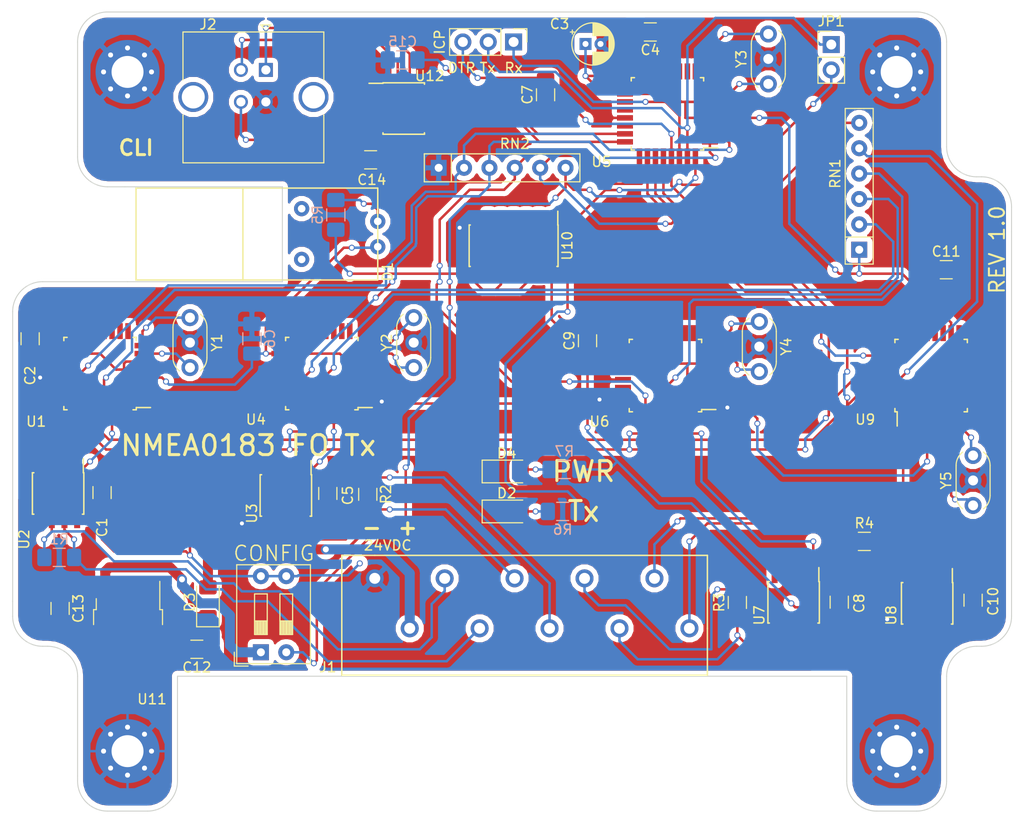
<source format=kicad_pcb>
(kicad_pcb (version 20171130) (host pcbnew "(5.0.2)-1")
  (layers (0 F.Cu signal) (31 B.Cu signal) (34 B.Paste user) (35 F.Paste user) (36 B.SilkS user) (37 F.SilkS user) (38 B.Mask user) (39 F.Mask user) (44 Edge.Cuts user))
  (net 0 "")
  (net 1 GND)
  (net 2 +5V)
  (net 3 "Net-(C15-Pad1)")
  (net 4 "Net-(D2-Pad2)")
  (net 5 "Net-(D3-Pad2)")
  (net 6 "Net-(D4-Pad2)")
  (net 7 "Net-(R5-Pad2)")
  (net 8 "Net-(U6-Pad1)")
  (net 9 "Net-(U6-Pad2)")
  (net 10 "Net-(U6-Pad7)")
  (net 11 "Net-(U6-Pad8)")
  (net 12 "Net-(U6-Pad9)")
  (net 13 "Net-(U6-Pad10)")
  (net 14 "Net-(U6-Pad11)")
  (net 15 "Net-(U6-Pad12)")
  (net 16 "Net-(U6-Pad13)")
  (net 17 "Net-(U6-Pad14)")
  (net 18 "Net-(U6-Pad15)")
  (net 19 "Net-(U6-Pad16)")
  (net 20 "Net-(U6-Pad17)")
  (net 21 "Net-(U6-Pad19)")
  (net 22 "Net-(U6-Pad22)")
  (net 23 "Net-(U6-Pad23)")
  (net 24 "Net-(U6-Pad24)")
  (net 25 "Net-(U6-Pad25)")
  (net 26 "Net-(U6-Pad31)")
  (net 27 /USB_Tx)
  (net 28 /USB_Rx)
  (net 29 "Net-(U8-Pad4)")
  (net 30 "Net-(U10-Pad11)")
  (net 31 /UART_DTR)
  (net 32 /R_MUX)
  (net 33 "Net-(C12-Pad1)")
  (net 34 /PwR_Sw)
  (net 35 "Net-(C14-Pad1)")
  (net 36 "Net-(D1-Pad1)")
  (net 37 /RxA_+)
  (net 38 /RxA_-)
  (net 39 /RxB_+)
  (net 40 /RxB_-)
  (net 41 /RxC_+)
  (net 42 /RxC_-)
  (net 43 /RxD_+)
  (net 44 /RxD_-)
  (net 45 "Net-(J2-Pad5)")
  (net 46 "Net-(J2-Pad3)")
  (net 47 "Net-(J2-Pad2)")
  (net 48 /UART_Rx)
  (net 49 /UART_Tx)
  (net 50 /FO_Tx)
  (net 51 "Net-(R6-Pad2)")
  (net 52 /R1)
  (net 53 /R2)
  (net 54 /R3)
  (net 55 /R4)
  (net 56 /CLI_EN)
  (net 57 /D_RTS)
  (net 58 /C_RTS)
  (net 59 /B_RTS)
  (net 60 /A_RTS)
  (net 61 "Net-(U1-Pad32)")
  (net 62 "Net-(U1-Pad31)")
  (net 63 /Rx_A_TTL)
  (net 64 /SCL)
  (net 65 /SDA)
  (net 66 "Net-(U1-Pad25)")
  (net 67 "Net-(U1-Pad24)")
  (net 68 "Net-(U1-Pad23)")
  (net 69 "Net-(U1-Pad22)")
  (net 70 "Net-(U1-Pad20)")
  (net 71 "Net-(U1-Pad19)")
  (net 72 "Net-(U1-Pad17)")
  (net 73 "Net-(U1-Pad16)")
  (net 74 "Net-(U1-Pad15)")
  (net 75 "Net-(U1-Pad14)")
  (net 76 "Net-(U1-Pad13)")
  (net 77 "Net-(U1-Pad12)")
  (net 78 "Net-(U1-Pad11)")
  (net 79 "Net-(U1-Pad10)")
  (net 80 "Net-(U1-Pad9)")
  (net 81 "Net-(U1-Pad8)")
  (net 82 "Net-(U1-Pad7)")
  (net 83 "Net-(U1-Pad2)")
  (net 84 "Net-(U1-Pad1)")
  (net 85 "Net-(U2-Pad4)")
  (net 86 /Rx_B_TTL)
  (net 87 "Net-(U3-Pad4)")
  (net 88 "Net-(U4-Pad1)")
  (net 89 "Net-(U4-Pad2)")
  (net 90 "Net-(U4-Pad7)")
  (net 91 "Net-(U4-Pad8)")
  (net 92 "Net-(U4-Pad9)")
  (net 93 "Net-(U4-Pad10)")
  (net 94 "Net-(U4-Pad11)")
  (net 95 "Net-(U4-Pad12)")
  (net 96 "Net-(U4-Pad13)")
  (net 97 "Net-(U4-Pad14)")
  (net 98 "Net-(U4-Pad15)")
  (net 99 "Net-(U4-Pad16)")
  (net 100 "Net-(U4-Pad17)")
  (net 101 "Net-(U4-Pad19)")
  (net 102 "Net-(U4-Pad20)")
  (net 103 "Net-(U4-Pad22)")
  (net 104 "Net-(U4-Pad23)")
  (net 105 "Net-(U4-Pad24)")
  (net 106 "Net-(U4-Pad25)")
  (net 107 "Net-(U4-Pad31)")
  (net 108 "Net-(U4-Pad32)")
  (net 109 "Net-(U5-Pad7)")
  (net 110 "Net-(U5-Pad8)")
  (net 111 "Net-(U5-Pad9)")
  (net 112 "Net-(U5-Pad10)")
  (net 113 "Net-(U5-Pad11)")
  (net 114 "Net-(U5-Pad12)")
  (net 115 "Net-(U5-Pad13)")
  (net 116 "Net-(U5-Pad14)")
  (net 117 "Net-(U5-Pad15)")
  (net 118 "Net-(U5-Pad16)")
  (net 119 "Net-(U5-Pad17)")
  (net 120 "Net-(U5-Pad19)")
  (net 121 "Net-(U5-Pad20)")
  (net 122 "Net-(U5-Pad22)")
  (net 123 "Net-(U6-Pad20)")
  (net 124 /Rx_C_TTL)
  (net 125 "Net-(U6-Pad32)")
  (net 126 "Net-(U7-Pad4)")
  (net 127 /Rx_D_TTL)
  (net 128 "Net-(U9-Pad32)")
  (net 129 "Net-(U9-Pad31)")
  (net 130 "Net-(U9-Pad25)")
  (net 131 "Net-(U9-Pad24)")
  (net 132 "Net-(U9-Pad23)")
  (net 133 "Net-(U9-Pad22)")
  (net 134 "Net-(U9-Pad20)")
  (net 135 "Net-(U9-Pad19)")
  (net 136 "Net-(U9-Pad17)")
  (net 137 "Net-(U9-Pad16)")
  (net 138 "Net-(U9-Pad15)")
  (net 139 "Net-(U9-Pad14)")
  (net 140 "Net-(U9-Pad13)")
  (net 141 "Net-(U9-Pad12)")
  (net 142 "Net-(U9-Pad11)")
  (net 143 "Net-(U9-Pad10)")
  (net 144 "Net-(U9-Pad9)")
  (net 145 "Net-(U9-Pad8)")
  (net 146 "Net-(U9-Pad7)")
  (net 147 "Net-(U9-Pad2)")
  (net 148 "Net-(U9-Pad1)")
  (net 149 "Net-(U12-Pad4)")
  (module TerminalBlock:10PPush_in_Conn (layer F.Cu) (at 51.25 78.7)
    (fp_text reference J1 (at -4.7 3.9) (layer F.SilkS))
    (fp_text value "PwR & NMEA In")
    (pad 1 thru_hole circle (at 0 -5) (size 1.8 1.8) (drill 1.1) (layers *.Cu *.Mask) (net 1 GND))
    (pad 2 thru_hole circle (at 3.5 0) (size 1.8 1.8) (drill 1.1) (layers *.Cu *.Mask) (net 5 "Net-(D3-Pad2)"))
    (pad 3 thru_hole circle (at 7 -5) (size 1.8 1.8) (drill 1.1) (layers *.Cu *.Mask) (net 37 /RxA_+))
    (pad 4 thru_hole circle (at 10.5 0) (size 1.8 1.8) (drill 1.1) (layers *.Cu *.Mask) (net 38 /RxA_-))
    (pad 5 thru_hole circle (at 14 -5) (size 1.8 1.8) (drill 1.1) (layers *.Cu *.Mask) (net 39 /RxB_+))
    (pad 6 thru_hole circle (at 17.5 0) (size 1.8 1.8) (drill 1.1) (layers *.Cu *.Mask) (net 40 /RxB_-))
    (pad 7 thru_hole circle (at 21 -5) (size 1.8 1.8) (drill 1.1) (layers *.Cu *.Mask) (net 41 /RxC_+))
    (pad 8 thru_hole circle (at 24.5 0) (size 1.8 1.8) (drill 1.1) (layers *.Cu *.Mask) (net 42 /RxC_-))
    (pad 9 thru_hole circle (at 28 -5) (size 1.8 1.8) (drill 1.1) (layers *.Cu *.Mask) (net 43 /RxD_+))
    (pad 10 thru_hole circle (at 31.5 0) (size 1.8 1.8) (drill 1.1) (layers *.Cu *.Mask) (net 44 /RxD_-))
  )
  (module Capacitor_SMD:C_1206_3216Metric_Pad1.42x1.75mm_HandSolder (layer F.Cu) (at 46.55 65.2 90)
    (fp_text reference C5 (at -0.2 2 90) (layer F.SilkS))
    (fp_text value 0.1uF)
    (pad 1 smd roundrect (at -1.4875 0 90) (size 1.425 1.75) (layers F.Cu F.Paste F.Mask) (roundrect_rratio 0.175439) (net 2 +5V))
    (pad 2 smd roundrect (at 1.4875 0 90) (size 1.425 1.75) (layers F.Cu F.Paste F.Mask) (roundrect_rratio 0.175439) (net 1 GND))
  )
  (module Package_SO:SOIC-8_3.9x4.9mm_P1.27mm (layer F.Cu) (at 42.35 65.4 270)
    (fp_text reference U3 (at 1.8 3.4 270) (layer F.SilkS))
    (fp_text value MAX485E)
    (pad 1 smd rect (at -2.7 -1.905 270) (size 1.55 0.6) (layers F.Cu F.Paste F.Mask) (net 86 /Rx_B_TTL))
    (pad 2 smd rect (at -2.7 -0.635 270) (size 1.55 0.6) (layers F.Cu F.Paste F.Mask) (net 1 GND))
    (pad 3 smd rect (at -2.7 0.635 270) (size 1.55 0.6) (layers F.Cu F.Paste F.Mask) (net 1 GND))
    (pad 4 smd rect (at -2.7 1.905 270) (size 1.55 0.6) (layers F.Cu F.Paste F.Mask) (net 87 "Net-(U3-Pad4)"))
    (pad 5 smd rect (at 2.7 1.905 270) (size 1.55 0.6) (layers F.Cu F.Paste F.Mask) (net 1 GND))
    (pad 6 smd rect (at 2.7 0.635 270) (size 1.55 0.6) (layers F.Cu F.Paste F.Mask) (net 39 /RxB_+))
    (pad 7 smd rect (at 2.7 -0.635 270) (size 1.55 0.6) (layers F.Cu F.Paste F.Mask) (net 40 /RxB_-))
    (pad 8 smd rect (at 2.7 -1.905 270) (size 1.55 0.6) (layers F.Cu F.Paste F.Mask) (net 2 +5V))
  )
  (module Resistor_SMD:R_1206_3216Metric_Pad1.42x1.75mm_HandSolder (layer F.Cu) (at 50.55 65.2875 270)
    (fp_text reference R2 (at 0 -1.82 270) (layer F.SilkS))
    (fp_text value 120R)
    (pad 2 smd roundrect (at 1.4875 0 270) (size 1.425 1.75) (layers F.Cu F.Paste F.Mask) (roundrect_rratio 0.175439) (net 39 /RxB_+))
    (pad 1 smd roundrect (at -1.4875 0 270) (size 1.425 1.75) (layers F.Cu F.Paste F.Mask) (roundrect_rratio 0.175439) (net 40 /RxB_-))
  )
  (module Package_TO_SOT_SMD:TO-252-3_TabPin2 (layer F.Cu) (at 26.55 79.3 270)
    (fp_text reference U11 (at 6.5 -2.4) (layer F.SilkS))
    (fp_text value L7805)
    (pad 2 smd rect (at 2.1 0 270) (size 6.4 5.8) (layers F.Cu F.Mask) (net 1 GND))
    (pad 3 smd rect (at -4.2 2.28 270) (size 2.2 1.2) (layers F.Cu F.Paste F.Mask) (net 34 /PwR_Sw))
    (pad 2 smd rect (at -4.2 0 270) (size 2.2 1.2) (layers F.Cu F.Paste F.Mask) (net 1 GND))
    (pad 1 smd rect (at -4.2 -2.28 270) (size 2.2 1.2) (layers F.Cu F.Paste F.Mask) (net 33 "Net-(C12-Pad1)"))
  )
  (module Capacitor_THT:CP_Radial_D4.0mm_P1.50mm (layer F.Cu) (at 72.35 20.2)
    (fp_text reference C3 (at -2.6 -2) (layer F.SilkS))
    (fp_text value 4.7uF)
    (pad 2 thru_hole circle (at 1.5 0) (size 1.2 1.2) (drill 0.6) (layers *.Cu *.Mask) (net 1 GND))
    (pad 1 thru_hole rect (at 0 0) (size 1.2 1.2) (drill 0.6) (layers *.Cu *.Mask) (net 2 +5V))
  )
  (module Mounting_Holes:MountingHole_3.2mm_M3_Pad_Via (layer F.Cu) (at 26.5 91)
    (fp_text reference REF** hide)
    (fp_text value MountingHole_3.2mm_M3_Pad_Via)
    (pad 1 thru_hole circle (at 0 0) (size 6.4 6.4) (drill 3.2) (layers *.Cu *.Mask) (net 1 GND))
    (pad 1 thru_hole circle (at 2.4 0) (size 0.8 0.8) (drill 0.5) (layers *.Cu *.Mask) (net 1 GND))
    (pad 1 thru_hole circle (at 1.697056 1.697056) (size 0.8 0.8) (drill 0.5) (layers *.Cu *.Mask) (net 1 GND))
    (pad 1 thru_hole circle (at 0 2.4) (size 0.8 0.8) (drill 0.5) (layers *.Cu *.Mask) (net 1 GND))
    (pad 1 thru_hole circle (at -1.697056 1.697056) (size 0.8 0.8) (drill 0.5) (layers *.Cu *.Mask) (net 1 GND))
    (pad 1 thru_hole circle (at -2.4 0) (size 0.8 0.8) (drill 0.5) (layers *.Cu *.Mask) (net 1 GND))
    (pad 1 thru_hole circle (at -1.697056 -1.697056) (size 0.8 0.8) (drill 0.5) (layers *.Cu *.Mask) (net 1 GND))
    (pad 1 thru_hole circle (at 0 -2.4) (size 0.8 0.8) (drill 0.5) (layers *.Cu *.Mask) (net 1 GND))
    (pad 1 thru_hole circle (at 1.697056 -1.697056) (size 0.8 0.8) (drill 0.5) (layers *.Cu *.Mask) (net 1 GND))
  )
  (module Mounting_Holes:MountingHole_3.2mm_M3_Pad_Via (layer F.Cu) (at 26.5 23)
    (fp_text reference REF** hide)
    (fp_text value MountingHole_3.2mm_M3_Pad_Via)
    (pad 1 thru_hole circle (at 0 0) (size 6.4 6.4) (drill 3.2) (layers *.Cu *.Mask) (net 1 GND))
    (pad 1 thru_hole circle (at 2.4 0) (size 0.8 0.8) (drill 0.5) (layers *.Cu *.Mask) (net 1 GND))
    (pad 1 thru_hole circle (at 1.697056 1.697056) (size 0.8 0.8) (drill 0.5) (layers *.Cu *.Mask) (net 1 GND))
    (pad 1 thru_hole circle (at 0 2.4) (size 0.8 0.8) (drill 0.5) (layers *.Cu *.Mask) (net 1 GND))
    (pad 1 thru_hole circle (at -1.697056 1.697056) (size 0.8 0.8) (drill 0.5) (layers *.Cu *.Mask) (net 1 GND))
    (pad 1 thru_hole circle (at -2.4 0) (size 0.8 0.8) (drill 0.5) (layers *.Cu *.Mask) (net 1 GND))
    (pad 1 thru_hole circle (at -1.697056 -1.697056) (size 0.8 0.8) (drill 0.5) (layers *.Cu *.Mask) (net 1 GND))
    (pad 1 thru_hole circle (at 0 -2.4) (size 0.8 0.8) (drill 0.5) (layers *.Cu *.Mask) (net 1 GND))
    (pad 1 thru_hole circle (at 1.697056 -1.697056) (size 0.8 0.8) (drill 0.5) (layers *.Cu *.Mask) (net 1 GND))
  )
  (module Mounting_Holes:MountingHole_3.2mm_M3_Pad_Via (layer F.Cu) (at 103.5 23)
    (fp_text reference REF** hide)
    (fp_text value MountingHole_3.2mm_M3_Pad_Via)
    (pad 1 thru_hole circle (at 0 0) (size 6.4 6.4) (drill 3.2) (layers *.Cu *.Mask) (net 1 GND))
    (pad 1 thru_hole circle (at 2.4 0) (size 0.8 0.8) (drill 0.5) (layers *.Cu *.Mask) (net 1 GND))
    (pad 1 thru_hole circle (at 1.697056 1.697056) (size 0.8 0.8) (drill 0.5) (layers *.Cu *.Mask) (net 1 GND))
    (pad 1 thru_hole circle (at 0 2.4) (size 0.8 0.8) (drill 0.5) (layers *.Cu *.Mask) (net 1 GND))
    (pad 1 thru_hole circle (at -1.697056 1.697056) (size 0.8 0.8) (drill 0.5) (layers *.Cu *.Mask) (net 1 GND))
    (pad 1 thru_hole circle (at -2.4 0) (size 0.8 0.8) (drill 0.5) (layers *.Cu *.Mask) (net 1 GND))
    (pad 1 thru_hole circle (at -1.697056 -1.697056) (size 0.8 0.8) (drill 0.5) (layers *.Cu *.Mask) (net 1 GND))
    (pad 1 thru_hole circle (at 0 -2.4) (size 0.8 0.8) (drill 0.5) (layers *.Cu *.Mask) (net 1 GND))
    (pad 1 thru_hole circle (at 1.697056 -1.697056) (size 0.8 0.8) (drill 0.5) (layers *.Cu *.Mask) (net 1 GND))
  )
  (module Mounting_Holes:MountingHole_3.2mm_M3_Pad_Via (layer F.Cu) (at 103.5 91)
    (fp_text reference REF** hide)
    (fp_text value MountingHole_3.2mm_M3_Pad_Via)
    (pad 1 thru_hole circle (at 0 0) (size 6.4 6.4) (drill 3.2) (layers *.Cu *.Mask) (net 1 GND))
    (pad 1 thru_hole circle (at 2.4 0) (size 0.8 0.8) (drill 0.5) (layers *.Cu *.Mask) (net 1 GND))
    (pad 1 thru_hole circle (at 1.697056 1.697056) (size 0.8 0.8) (drill 0.5) (layers *.Cu *.Mask) (net 1 GND))
    (pad 1 thru_hole circle (at 0 2.4) (size 0.8 0.8) (drill 0.5) (layers *.Cu *.Mask) (net 1 GND))
    (pad 1 thru_hole circle (at -1.697056 1.697056) (size 0.8 0.8) (drill 0.5) (layers *.Cu *.Mask) (net 1 GND))
    (pad 1 thru_hole circle (at -2.4 0) (size 0.8 0.8) (drill 0.5) (layers *.Cu *.Mask) (net 1 GND))
    (pad 1 thru_hole circle (at -1.697056 -1.697056) (size 0.8 0.8) (drill 0.5) (layers *.Cu *.Mask) (net 1 GND))
    (pad 1 thru_hole circle (at 0 -2.4) (size 0.8 0.8) (drill 0.5) (layers *.Cu *.Mask) (net 1 GND))
    (pad 1 thru_hole circle (at 1.697056 -1.697056) (size 0.8 0.8) (drill 0.5) (layers *.Cu *.Mask) (net 1 GND))
  )
  (module Capacitor_SMD:C_1206_3216Metric_Pad1.42x1.75mm_HandSolder (layer F.Cu) (at 23.95 65.1125 90)
    (fp_text reference C1 (at -3.4875 0 90) (layer F.SilkS))
    (fp_text value 0.1uF)
    (pad 2 smd roundrect (at 1.4875 0 90) (size 1.425 1.75) (layers F.Cu F.Paste F.Mask) (roundrect_rratio 0.175439) (net 1 GND))
    (pad 1 smd roundrect (at -1.4875 0 90) (size 1.425 1.75) (layers F.Cu F.Paste F.Mask) (roundrect_rratio 0.175439) (net 2 +5V))
  )
  (module Capacitor_SMD:C_1206_3216Metric_Pad1.42x1.75mm_HandSolder (layer F.Cu) (at 16.75 49.7125 90)
    (fp_text reference C2 (at -3.6875 0 90) (layer F.SilkS))
    (fp_text value 0.1uF)
    (pad 2 smd roundrect (at 1.4875 0 90) (size 1.425 1.75) (layers F.Cu F.Paste F.Mask) (roundrect_rratio 0.175439) (net 1 GND))
    (pad 1 smd roundrect (at -1.4875 0 90) (size 1.425 1.75) (layers F.Cu F.Paste F.Mask) (roundrect_rratio 0.175439) (net 2 +5V))
  )
  (module Capacitor_SMD:C_1206_3216Metric_Pad1.42x1.75mm_HandSolder (layer F.Cu) (at 78.8375 19)
    (fp_text reference C4 (at 0 1.8) (layer F.SilkS))
    (fp_text value 0.1uF)
    (pad 1 smd roundrect (at -1.4875 0) (size 1.425 1.75) (layers F.Cu F.Paste F.Mask) (roundrect_rratio 0.175439) (net 2 +5V))
    (pad 2 smd roundrect (at 1.4875 0) (size 1.425 1.75) (layers F.Cu F.Paste F.Mask) (roundrect_rratio 0.175439) (net 1 GND))
  )
  (module Capacitor_SMD:C_1206_3216Metric_Pad1.42x1.75mm_HandSolder (layer B.Cu) (at 38.95 49.7125 90)
    (fp_text reference C6 (at 0 1.8 90) (layer B.SilkS) (effects (justify mirror)))
    (fp_text value 0.1uF)
    (pad 1 smd roundrect (at -1.4875 0 90) (size 1.425 1.75) (layers B.Cu B.Paste B.Mask) (roundrect_rratio 0.175439) (net 2 +5V))
    (pad 2 smd roundrect (at 1.4875 0 90) (size 1.425 1.75) (layers B.Cu B.Paste B.Mask) (roundrect_rratio 0.175439) (net 1 GND))
  )
  (module Capacitor_SMD:C_1206_3216Metric_Pad1.42x1.75mm_HandSolder (layer F.Cu) (at 68.35 25.2875 90)
    (fp_text reference C7 (at 0 -1.82 90) (layer F.SilkS))
    (fp_text value 0.1uF)
    (pad 2 smd roundrect (at 1.4875 0 90) (size 1.425 1.75) (layers F.Cu F.Paste F.Mask) (roundrect_rratio 0.175439) (net 31 /UART_DTR))
    (pad 1 smd roundrect (at -1.4875 0 90) (size 1.425 1.75) (layers F.Cu F.Paste F.Mask) (roundrect_rratio 0.175439) (net 32 /R_MUX))
  )
  (module Capacitor_SMD:C_1206_3216Metric_Pad1.42x1.75mm_HandSolder (layer F.Cu) (at 97.75 76.0875 90)
    (fp_text reference C8 (at -0.1125 2 90) (layer F.SilkS))
    (fp_text value 0.1uF)
    (pad 1 smd roundrect (at -1.4875 0 90) (size 1.425 1.75) (layers F.Cu F.Paste F.Mask) (roundrect_rratio 0.175439) (net 2 +5V))
    (pad 2 smd roundrect (at 1.4875 0 90) (size 1.425 1.75) (layers F.Cu F.Paste F.Mask) (roundrect_rratio 0.175439) (net 1 GND))
  )
  (module Capacitor_SMD:C_1206_3216Metric_Pad1.42x1.75mm_HandSolder (layer F.Cu) (at 72.55 49.9125 90)
    (fp_text reference C9 (at 0 -1.82 90) (layer F.SilkS))
    (fp_text value 0.1uF)
    (pad 2 smd roundrect (at 1.4875 0 90) (size 1.425 1.75) (layers F.Cu F.Paste F.Mask) (roundrect_rratio 0.175439) (net 1 GND))
    (pad 1 smd roundrect (at -1.4875 0 90) (size 1.425 1.75) (layers F.Cu F.Paste F.Mask) (roundrect_rratio 0.175439) (net 2 +5V))
  )
  (module Capacitor_SMD:C_1206_3216Metric_Pad1.42x1.75mm_HandSolder (layer F.Cu) (at 111.15 75.8875 90)
    (fp_text reference C10 (at -0.1125 2 90) (layer F.SilkS))
    (fp_text value 0.1uF)
    (pad 2 smd roundrect (at 1.4875 0 90) (size 1.425 1.75) (layers F.Cu F.Paste F.Mask) (roundrect_rratio 0.175439) (net 1 GND))
    (pad 1 smd roundrect (at -1.4875 0 90) (size 1.425 1.75) (layers F.Cu F.Paste F.Mask) (roundrect_rratio 0.175439) (net 2 +5V))
  )
  (module Capacitor_SMD:C_1206_3216Metric_Pad1.42x1.75mm_HandSolder (layer F.Cu) (at 108.4625 42.8)
    (fp_text reference C11 (at 0 -1.82) (layer F.SilkS))
    (fp_text value 0.1uF)
    (pad 1 smd roundrect (at -1.4875 0) (size 1.425 1.75) (layers F.Cu F.Paste F.Mask) (roundrect_rratio 0.175439) (net 2 +5V))
    (pad 2 smd roundrect (at 1.4875 0) (size 1.425 1.75) (layers F.Cu F.Paste F.Mask) (roundrect_rratio 0.175439) (net 1 GND))
  )
  (module Capacitor_SMD:C_1206_3216Metric_Pad1.42x1.75mm_HandSolder (layer F.Cu) (at 33.4375 80.8 180)
    (fp_text reference C12 (at 0 -1.82 180) (layer F.SilkS))
    (fp_text value 0.22uF)
    (pad 2 smd roundrect (at 1.4875 0 180) (size 1.425 1.75) (layers F.Cu F.Paste F.Mask) (roundrect_rratio 0.175439) (net 1 GND))
    (pad 1 smd roundrect (at -1.4875 0 180) (size 1.425 1.75) (layers F.Cu F.Paste F.Mask) (roundrect_rratio 0.175439) (net 33 "Net-(C12-Pad1)"))
  )
  (module Capacitor_SMD:C_1206_3216Metric_Pad1.42x1.75mm_HandSolder (layer F.Cu) (at 19.75 76.7125 270)
    (fp_text reference C13 (at 0 -1.82 270) (layer F.SilkS))
    (fp_text value 0.1uF)
    (pad 1 smd roundrect (at -1.4875 0 270) (size 1.425 1.75) (layers F.Cu F.Paste F.Mask) (roundrect_rratio 0.175439) (net 34 /PwR_Sw))
    (pad 2 smd roundrect (at 1.4875 0 270) (size 1.425 1.75) (layers F.Cu F.Paste F.Mask) (roundrect_rratio 0.175439) (net 1 GND))
  )
  (module Capacitor_SMD:C_1206_3216Metric_Pad1.42x1.75mm_HandSolder (layer F.Cu) (at 50.8375 31.8 180)
    (fp_text reference C14 (at -0.1125 -2 180) (layer F.SilkS))
    (fp_text value 0.1uF)
    (pad 1 smd roundrect (at -1.4875 0 180) (size 1.425 1.75) (layers F.Cu F.Paste F.Mask) (roundrect_rratio 0.175439) (net 35 "Net-(C14-Pad1)"))
    (pad 2 smd roundrect (at 1.4875 0 180) (size 1.425 1.75) (layers F.Cu F.Paste F.Mask) (roundrect_rratio 0.175439) (net 1 GND))
  )
  (module Capacitor_SMD:C_1206_3216Metric_Pad1.42x1.75mm_HandSolder (layer B.Cu) (at 54.0375 21.8 180)
    (fp_text reference C15 (at 0 1.82 180) (layer B.SilkS) (effects (justify mirror)))
    (fp_text value 0.1uF)
    (pad 2 smd roundrect (at 1.4875 0 180) (size 1.425 1.75) (layers B.Cu B.Paste B.Mask) (roundrect_rratio 0.175439) (net 1 GND))
    (pad 1 smd roundrect (at -1.4875 0 180) (size 1.425 1.75) (layers B.Cu B.Paste B.Mask) (roundrect_rratio 0.175439) (net 3 "Net-(C15-Pad1)"))
  )
  (module OptoDevice:SFH756V (layer F.Cu) (at 51.55 40.5 90)
    (fp_text reference D1 (at -2.5 1 90) (layer F.SilkS))
    (fp_text value SFH756V)
    (pad 2 thru_hole circle (at 0 0 90) (size 1.524 1.524) (drill 0.762) (layers *.Cu *.Mask) (net 2 +5V))
    (pad 1 thru_hole circle (at 2.54 0 90) (size 1.524 1.524) (drill 0.762) (layers *.Cu *.Mask) (net 36 "Net-(D1-Pad1)"))
    (pad 7 thru_hole circle (at -1.27 -7.62 90) (size 1.524 1.524) (drill 0.762) (layers *.Cu *.Mask))
    (pad 8 thru_hole circle (at 3.81 -7.62 90) (size 1.524 1.524) (drill 0.762) (layers *.Cu *.Mask))
  )
  (module LED_SMD:LED_1206_3216Metric_Pad1.42x1.75mm_HandSolder (layer F.Cu) (at 64.4625 67)
    (fp_text reference D2 (at 0 -1.82) (layer F.SilkS))
    (fp_text value Tx)
    (pad 2 smd roundrect (at 1.4875 0) (size 1.425 1.75) (layers F.Cu F.Paste F.Mask) (roundrect_rratio 0.175439) (net 4 "Net-(D2-Pad2)"))
    (pad 1 smd roundrect (at -1.4875 0) (size 1.425 1.75) (layers F.Cu F.Paste F.Mask) (roundrect_rratio 0.175439) (net 1 GND))
  )
  (module Diode_SMD:D_1206_3216Metric_Pad1.42x1.75mm_HandSolder (layer F.Cu) (at 34.55 76.0875 90)
    (fp_text reference D3 (at 0 -1.82 90) (layer F.SilkS))
    (fp_text value 1N4001W)
    (pad 1 smd roundrect (at -1.4875 0 90) (size 1.425 1.75) (layers F.Cu F.Paste F.Mask) (roundrect_rratio 0.175439) (net 33 "Net-(C12-Pad1)"))
    (pad 2 smd roundrect (at 1.4875 0 90) (size 1.425 1.75) (layers F.Cu F.Paste F.Mask) (roundrect_rratio 0.175439) (net 5 "Net-(D3-Pad2)"))
  )
  (module LED_SMD:LED_1206_3216Metric_Pad1.42x1.75mm_HandSolder (layer F.Cu) (at 64.4625 63)
    (fp_text reference D4 (at 0 -1.82) (layer F.SilkS))
    (fp_text value PWR)
    (pad 1 smd roundrect (at -1.4875 0) (size 1.425 1.75) (layers F.Cu F.Paste F.Mask) (roundrect_rratio 0.175439) (net 1 GND))
    (pad 2 smd roundrect (at 1.4875 0) (size 1.425 1.75) (layers F.Cu F.Paste F.Mask) (roundrect_rratio 0.175439) (net 6 "Net-(D4-Pad2)"))
  )
  (module Connector_USB:USB_B_TE_5787834_Vertical (layer F.Cu) (at 40.35 22.8)
    (fp_text reference J2 (at -5.8 -4.55) (layer F.SilkS))
    (fp_text value CLI_USB)
    (pad 5 thru_hole circle (at 4.77 2.71) (size 3 3) (drill 2.3) (layers *.Cu *.Mask) (net 45 "Net-(J2-Pad5)"))
    (pad 4 thru_hole circle (at 0 3.2) (size 1.4 1.4) (drill 0.92) (layers *.Cu *.Mask) (net 1 GND))
    (pad 3 thru_hole circle (at -2.5 3.2) (size 1.4 1.4) (drill 0.92) (layers *.Cu *.Mask) (net 46 "Net-(J2-Pad3)"))
    (pad 1 thru_hole rect (at 0 0) (size 1.4 1.4) (drill 0.92) (layers *.Cu *.Mask) (net 35 "Net-(C14-Pad1)"))
    (pad 5 thru_hole circle (at -7.27 2.71) (size 3 3) (drill 2.3) (layers *.Cu *.Mask) (net 45 "Net-(J2-Pad5)"))
    (pad 2 thru_hole circle (at -2.5 0) (size 1.4 1.4) (drill 0.92) (layers *.Cu *.Mask) (net 47 "Net-(J2-Pad2)"))
  )
  (module Connector_PinHeader_2.54mm:PinHeader_1x03_P2.54mm_Vertical (layer F.Cu) (at 65.15 20 270)
    (fp_text reference ICP (at 0 7.4 90) (layer F.SilkS))
    (fp_text value ICP)
    (pad 1 thru_hole rect (at 0 0 270) (size 1.7 1.7) (drill 1) (layers *.Cu *.Mask) (net 48 /UART_Rx))
    (pad 2 thru_hole oval (at 0 2.54 270) (size 1.7 1.7) (drill 1) (layers *.Cu *.Mask) (net 49 /UART_Tx))
    (pad 3 thru_hole oval (at 0 5.08 270) (size 1.7 1.7) (drill 1) (layers *.Cu *.Mask) (net 31 /UART_DTR))
  )
  (module Connector_PinHeader_2.54mm:PinHeader_1x02_P2.54mm_Vertical (layer F.Cu) (at 96.95 20.26)
    (fp_text reference JP1 (at 0 -2.33) (layer F.SilkS))
    (fp_text value ICP)
    (pad 1 thru_hole rect (at 0 0) (size 1.7 1.7) (drill 1) (layers *.Cu *.Mask) (net 49 /UART_Tx))
    (pad 2 thru_hole oval (at 0 2.54) (size 1.7 1.7) (drill 1) (layers *.Cu *.Mask) (net 50 /FO_Tx))
  )
  (module Resistor_SMD:R_1206_3216Metric_Pad1.42x1.75mm_HandSolder (layer B.Cu) (at 19.6625 71.6 180)
    (fp_text reference R1 (at 0 1.82 180) (layer B.SilkS) (effects (justify mirror)))
    (fp_text value 120R)
    (pad 1 smd roundrect (at -1.4875 0 180) (size 1.425 1.75) (layers B.Cu B.Paste B.Mask) (roundrect_rratio 0.175439) (net 38 /RxA_-))
    (pad 2 smd roundrect (at 1.4875 0 180) (size 1.425 1.75) (layers B.Cu B.Paste B.Mask) (roundrect_rratio 0.175439) (net 37 /RxA_+))
  )
  (module Resistor_SMD:R_1206_3216Metric_Pad1.42x1.75mm_HandSolder (layer F.Cu) (at 87.55 76.1125 90)
    (fp_text reference R3 (at 0 -1.82 90) (layer F.SilkS))
    (fp_text value 120R)
    (pad 1 smd roundrect (at -1.4875 0 90) (size 1.425 1.75) (layers F.Cu F.Paste F.Mask) (roundrect_rratio 0.175439) (net 42 /RxC_-))
    (pad 2 smd roundrect (at 1.4875 0 90) (size 1.425 1.75) (layers F.Cu F.Paste F.Mask) (roundrect_rratio 0.175439) (net 41 /RxC_+))
  )
  (module Resistor_SMD:R_1206_3216Metric_Pad1.42x1.75mm_HandSolder (layer F.Cu) (at 100.2625 70)
    (fp_text reference R4 (at 0 -1.82) (layer F.SilkS))
    (fp_text value 120R)
    (pad 1 smd roundrect (at -1.4875 0) (size 1.425 1.75) (layers F.Cu F.Paste F.Mask) (roundrect_rratio 0.175439) (net 44 /RxD_-))
    (pad 2 smd roundrect (at 1.4875 0) (size 1.425 1.75) (layers F.Cu F.Paste F.Mask) (roundrect_rratio 0.175439) (net 43 /RxD_+))
  )
  (module Resistor_SMD:R_1206_3216Metric_Pad1.42x1.75mm_HandSolder (layer B.Cu) (at 47.35 37.3125 270)
    (fp_text reference R5 (at 0 1.82 270) (layer B.SilkS) (effects (justify mirror)))
    (fp_text value 330R)
    (pad 1 smd roundrect (at -1.4875 0 270) (size 1.425 1.75) (layers B.Cu B.Paste B.Mask) (roundrect_rratio 0.175439) (net 36 "Net-(D1-Pad1)"))
    (pad 2 smd roundrect (at 1.4875 0 270) (size 1.425 1.75) (layers B.Cu B.Paste B.Mask) (roundrect_rratio 0.175439) (net 7 "Net-(R5-Pad2)"))
  )
  (module Resistor_SMD:R_1206_3216Metric_Pad1.42x1.75mm_HandSolder (layer B.Cu) (at 70.0625 67)
    (fp_text reference R6 (at 0 1.82) (layer B.SilkS) (effects (justify mirror)))
    (fp_text value 330R)
    (pad 2 smd roundrect (at 1.4875 0) (size 1.425 1.75) (layers B.Cu B.Paste B.Mask) (roundrect_rratio 0.175439) (net 51 "Net-(R6-Pad2)"))
    (pad 1 smd roundrect (at -1.4875 0) (size 1.425 1.75) (layers B.Cu B.Paste B.Mask) (roundrect_rratio 0.175439) (net 4 "Net-(D2-Pad2)"))
  )
  (module Resistor_SMD:R_1206_3216Metric_Pad1.42x1.75mm_HandSolder (layer B.Cu) (at 70.2375 62.8 180)
    (fp_text reference R7 (at 0 1.82 180) (layer B.SilkS) (effects (justify mirror)))
    (fp_text value 330R)
    (pad 2 smd roundrect (at 1.4875 0 180) (size 1.425 1.75) (layers B.Cu B.Paste B.Mask) (roundrect_rratio 0.175439) (net 6 "Net-(D4-Pad2)"))
    (pad 1 smd roundrect (at -1.4875 0 180) (size 1.425 1.75) (layers B.Cu B.Paste B.Mask) (roundrect_rratio 0.175439) (net 2 +5V))
  )
  (module Resistor_THT:R_Array_SIP6 (layer F.Cu) (at 99.75 40.8 90)
    (fp_text reference RN1 (at 7.62 -2.4 90) (layer F.SilkS))
    (fp_text value 10K)
    (pad 1 thru_hole rect (at 0 0 90) (size 1.6 1.6) (drill 0.8) (layers *.Cu *.Mask) (net 2 +5V))
    (pad 2 thru_hole oval (at 2.54 0 90) (size 1.6 1.6) (drill 0.8) (layers *.Cu *.Mask) (net 52 /R1))
    (pad 3 thru_hole oval (at 5.08 0 90) (size 1.6 1.6) (drill 0.8) (layers *.Cu *.Mask) (net 53 /R2))
    (pad 4 thru_hole oval (at 7.62 0 90) (size 1.6 1.6) (drill 0.8) (layers *.Cu *.Mask) (net 54 /R3))
    (pad 5 thru_hole oval (at 10.16 0 90) (size 1.6 1.6) (drill 0.8) (layers *.Cu *.Mask) (net 55 /R4))
    (pad 6 thru_hole oval (at 12.7 0 90) (size 1.6 1.6) (drill 0.8) (layers *.Cu *.Mask) (net 32 /R_MUX))
  )
  (module Resistor_THT:R_Array_SIP6 (layer F.Cu) (at 57.65 32.6)
    (fp_text reference RN2 (at 7.62 -2.4) (layer F.SilkS))
    (fp_text value 10K)
    (pad 6 thru_hole oval (at 12.7 0) (size 1.6 1.6) (drill 0.8) (layers *.Cu *.Mask) (net 56 /CLI_EN))
    (pad 5 thru_hole oval (at 10.16 0) (size 1.6 1.6) (drill 0.8) (layers *.Cu *.Mask) (net 57 /D_RTS))
    (pad 4 thru_hole oval (at 7.62 0) (size 1.6 1.6) (drill 0.8) (layers *.Cu *.Mask) (net 58 /C_RTS))
    (pad 3 thru_hole oval (at 5.08 0) (size 1.6 1.6) (drill 0.8) (layers *.Cu *.Mask) (net 59 /B_RTS))
    (pad 2 thru_hole oval (at 2.54 0) (size 1.6 1.6) (drill 0.8) (layers *.Cu *.Mask) (net 60 /A_RTS))
    (pad 1 thru_hole rect (at 0 0) (size 1.6 1.6) (drill 0.8) (layers *.Cu *.Mask) (net 1 GND))
  )
  (module Button_Switch_THT:SW_DIP_SPSTx02_Slide_9.78x7.26mm_W7.62mm_P2.54mm (layer F.Cu) (at 39.85 81.1 90)
    (fp_text reference CONFIG (at 9.9 1.3 180) (layer F.SilkS) (effects (font (size 1.5 1.5))))
    (fp_text value SW_DIP_x02)
    (pad 1 thru_hole rect (at 0 0 90) (size 1.6 1.6) (drill 0.8) (layers *.Cu *.Mask) (net 34 /PwR_Sw))
    (pad 3 thru_hole oval (at 7.62 2.54 90) (size 1.6 1.6) (drill 0.8) (layers *.Cu *.Mask) (net 2 +5V))
    (pad 2 thru_hole oval (at 0 2.54 90) (size 1.6 1.6) (drill 0.8) (layers *.Cu *.Mask) (net 56 /CLI_EN))
    (pad 4 thru_hole oval (at 7.62 0 90) (size 1.6 1.6) (drill 0.8) (layers *.Cu *.Mask) (net 2 +5V))
  )
  (module Package_QFP:TQFP-32_7x7mm_P0.8mm (layer F.Cu) (at 23.75 53.2 180)
    (fp_text reference U1 (at 6.4 -4.8 180) (layer F.SilkS))
    (fp_text value ATmega328P-AU)
    (pad 32 smd rect (at -2.8 -4.25 270) (size 1.6 0.55) (layers F.Cu F.Paste F.Mask) (net 61 "Net-(U1-Pad32)"))
    (pad 31 smd rect (at -2 -4.25 270) (size 1.6 0.55) (layers F.Cu F.Paste F.Mask) (net 62 "Net-(U1-Pad31)"))
    (pad 30 smd rect (at -1.2 -4.25 270) (size 1.6 0.55) (layers F.Cu F.Paste F.Mask) (net 63 /Rx_A_TTL))
    (pad 29 smd rect (at -0.4 -4.25 270) (size 1.6 0.55) (layers F.Cu F.Paste F.Mask) (net 52 /R1))
    (pad 28 smd rect (at 0.4 -4.25 270) (size 1.6 0.55) (layers F.Cu F.Paste F.Mask) (net 64 /SCL))
    (pad 27 smd rect (at 1.2 -4.25 270) (size 1.6 0.55) (layers F.Cu F.Paste F.Mask) (net 65 /SDA))
    (pad 26 smd rect (at 2 -4.25 270) (size 1.6 0.55) (layers F.Cu F.Paste F.Mask) (net 60 /A_RTS))
    (pad 25 smd rect (at 2.8 -4.25 270) (size 1.6 0.55) (layers F.Cu F.Paste F.Mask) (net 66 "Net-(U1-Pad25)"))
    (pad 24 smd rect (at 4.25 -2.8 180) (size 1.6 0.55) (layers F.Cu F.Paste F.Mask) (net 67 "Net-(U1-Pad24)"))
    (pad 23 smd rect (at 4.25 -2 180) (size 1.6 0.55) (layers F.Cu F.Paste F.Mask) (net 68 "Net-(U1-Pad23)"))
    (pad 22 smd rect (at 4.25 -1.2 180) (size 1.6 0.55) (layers F.Cu F.Paste F.Mask) (net 69 "Net-(U1-Pad22)"))
    (pad 21 smd rect (at 4.25 -0.4 180) (size 1.6 0.55) (layers F.Cu F.Paste F.Mask) (net 1 GND))
    (pad 20 smd rect (at 4.25 0.4 180) (size 1.6 0.55) (layers F.Cu F.Paste F.Mask) (net 70 "Net-(U1-Pad20)"))
    (pad 19 smd rect (at 4.25 1.2 180) (size 1.6 0.55) (layers F.Cu F.Paste F.Mask) (net 71 "Net-(U1-Pad19)"))
    (pad 18 smd rect (at 4.25 2 180) (size 1.6 0.55) (layers F.Cu F.Paste F.Mask) (net 2 +5V))
    (pad 17 smd rect (at 4.25 2.8 180) (size 1.6 0.55) (layers F.Cu F.Paste F.Mask) (net 72 "Net-(U1-Pad17)"))
    (pad 16 smd rect (at 2.8 4.25 270) (size 1.6 0.55) (layers F.Cu F.Paste F.Mask) (net 73 "Net-(U1-Pad16)"))
    (pad 15 smd rect (at 2 4.25 270) (size 1.6 0.55) (layers F.Cu F.Paste F.Mask) (net 74 "Net-(U1-Pad15)"))
    (pad 14 smd rect (at 1.2 4.25 270) (size 1.6 0.55) (layers F.Cu F.Paste F.Mask) (net 75 "Net-(U1-Pad14)"))
    (pad 13 smd rect (at 0.4 4.25 270) (size 1.6 0.55) (layers F.Cu F.Paste F.Mask) (net 76 "Net-(U1-Pad13)"))
    (pad 12 smd rect (at -0.4 4.25 270) (size 1.6 0.55) (layers F.Cu F.Paste F.Mask) (net 77 "Net-(U1-Pad12)"))
    (pad 11 smd rect (at -1.2 4.25 270) (size 1.6 0.55) (layers F.Cu F.Paste F.Mask) (net 78 "Net-(U1-Pad11)"))
    (pad 10 smd rect (at -2 4.25 270) (size 1.6 0.55) (layers F.Cu F.Paste F.Mask) (net 79 "Net-(U1-Pad10)"))
    (pad 9 smd rect (at -2.8 4.25 270) (size 1.6 0.55) (layers F.Cu F.Paste F.Mask) (net 80 "Net-(U1-Pad9)"))
    (pad 8 smd rect (at -4.25 2.8 180) (size 1.6 0.55) (layers F.Cu F.Paste F.Mask) (net 81 "Net-(U1-Pad8)"))
    (pad 7 smd rect (at -4.25 2 180) (size 1.6 0.55) (layers F.Cu F.Paste F.Mask) (net 82 "Net-(U1-Pad7)"))
    (pad 6 smd rect (at -4.25 1.2 180) (size 1.6 0.55) (layers F.Cu F.Paste F.Mask) (net 2 +5V))
    (pad 5 smd rect (at -4.25 0.4 180) (size 1.6 0.55) (layers F.Cu F.Paste F.Mask) (net 1 GND))
    (pad 4 smd rect (at -4.25 -0.4 180) (size 1.6 0.55) (layers F.Cu F.Paste F.Mask) (net 2 +5V))
    (pad 3 smd rect (at -4.25 -1.2 180) (size 1.6 0.55) (layers F.Cu F.Paste F.Mask) (net 1 GND))
    (pad 2 smd rect (at -4.25 -2 180) (size 1.6 0.55) (layers F.Cu F.Paste F.Mask) (net 83 "Net-(U1-Pad2)"))
    (pad 1 smd rect (at -4.25 -2.8 180) (size 1.6 0.55) (layers F.Cu F.Paste F.Mask) (net 84 "Net-(U1-Pad1)"))
  )
  (module Package_SO:SOIC-8_3.9x4.9mm_P1.27mm (layer F.Cu) (at 19.55 65.2 270)
    (fp_text reference U2 (at 4.6 3.4 270) (layer F.SilkS))
    (fp_text value MAX485E)
    (pad 1 smd rect (at -2.7 -1.905 270) (size 1.55 0.6) (layers F.Cu F.Paste F.Mask) (net 63 /Rx_A_TTL))
    (pad 2 smd rect (at -2.7 -0.635 270) (size 1.55 0.6) (layers F.Cu F.Paste F.Mask) (net 1 GND))
    (pad 3 smd rect (at -2.7 0.635 270) (size 1.55 0.6) (layers F.Cu F.Paste F.Mask) (net 1 GND))
    (pad 4 smd rect (at -2.7 1.905 270) (size 1.55 0.6) (layers F.Cu F.Paste F.Mask) (net 85 "Net-(U2-Pad4)"))
    (pad 5 smd rect (at 2.7 1.905 270) (size 1.55 0.6) (layers F.Cu F.Paste F.Mask) (net 1 GND))
    (pad 6 smd rect (at 2.7 0.635 270) (size 1.55 0.6) (layers F.Cu F.Paste F.Mask) (net 37 /RxA_+))
    (pad 7 smd rect (at 2.7 -0.635 270) (size 1.55 0.6) (layers F.Cu F.Paste F.Mask) (net 38 /RxA_-))
    (pad 8 smd rect (at 2.7 -1.905 270) (size 1.55 0.6) (layers F.Cu F.Paste F.Mask) (net 2 +5V))
  )
  (module Package_QFP:TQFP-32_7x7mm_P0.8mm (layer F.Cu) (at 45.95 53.2 180)
    (fp_text reference U4 (at 6.6 -4.6 180) (layer F.SilkS))
    (fp_text value ATmega328P-AU)
    (pad 1 smd rect (at -4.25 -2.8 180) (size 1.6 0.55) (layers F.Cu F.Paste F.Mask) (net 88 "Net-(U4-Pad1)"))
    (pad 2 smd rect (at -4.25 -2 180) (size 1.6 0.55) (layers F.Cu F.Paste F.Mask) (net 89 "Net-(U4-Pad2)"))
    (pad 3 smd rect (at -4.25 -1.2 180) (size 1.6 0.55) (layers F.Cu F.Paste F.Mask) (net 1 GND))
    (pad 4 smd rect (at -4.25 -0.4 180) (size 1.6 0.55) (layers F.Cu F.Paste F.Mask) (net 2 +5V))
    (pad 5 smd rect (at -4.25 0.4 180) (size 1.6 0.55) (layers F.Cu F.Paste F.Mask) (net 1 GND))
    (pad 6 smd rect (at -4.25 1.2 180) (size 1.6 0.55) (layers F.Cu F.Paste F.Mask) (net 2 +5V))
    (pad 7 smd rect (at -4.25 2 180) (size 1.6 0.55) (layers F.Cu F.Paste F.Mask) (net 90 "Net-(U4-Pad7)"))
    (pad 8 smd rect (at -4.25 2.8 180) (size 1.6 0.55) (layers F.Cu F.Paste F.Mask) (net 91 "Net-(U4-Pad8)"))
    (pad 9 smd rect (at -2.8 4.25 270) (size 1.6 0.55) (layers F.Cu F.Paste F.Mask) (net 92 "Net-(U4-Pad9)"))
    (pad 10 smd rect (at -2 4.25 270) (size 1.6 0.55) (layers F.Cu F.Paste F.Mask) (net 93 "Net-(U4-Pad10)"))
    (pad 11 smd rect (at -1.2 4.25 270) (size 1.6 0.55) (layers F.Cu F.Paste F.Mask) (net 94 "Net-(U4-Pad11)"))
    (pad 12 smd rect (at -0.4 4.25 270) (size 1.6 0.55) (layers F.Cu F.Paste F.Mask) (net 95 "Net-(U4-Pad12)"))
    (pad 13 smd rect (at 0.4 4.25 270) (size 1.6 0.55) (layers F.Cu F.Paste F.Mask) (net 96 "Net-(U4-Pad13)"))
    (pad 14 smd rect (at 1.2 4.25 270) (size 1.6 0.55) (layers F.Cu F.Paste F.Mask) (net 97 "Net-(U4-Pad14)"))
    (pad 15 smd rect (at 2 4.25 270) (size 1.6 0.55) (layers F.Cu F.Paste F.Mask) (net 98 "Net-(U4-Pad15)"))
    (pad 16 smd rect (at 2.8 4.25 270) (size 1.6 0.55) (layers F.Cu F.Paste F.Mask) (net 99 "Net-(U4-Pad16)"))
    (pad 17 smd rect (at 4.25 2.8 180) (size 1.6 0.55) (layers F.Cu F.Paste F.Mask) (net 100 "Net-(U4-Pad17)"))
    (pad 18 smd rect (at 4.25 2 180) (size 1.6 0.55) (layers F.Cu F.Paste F.Mask) (net 2 +5V))
    (pad 19 smd rect (at 4.25 1.2 180) (size 1.6 0.55) (layers F.Cu F.Paste F.Mask) (net 101 "Net-(U4-Pad19)"))
    (pad 20 smd rect (at 4.25 0.4 180) (size 1.6 0.55) (layers F.Cu F.Paste F.Mask) (net 102 "Net-(U4-Pad20)"))
    (pad 21 smd rect (at 4.25 -0.4 180) (size 1.6 0.55) (layers F.Cu F.Paste F.Mask) (net 1 GND))
    (pad 22 smd rect (at 4.25 -1.2 180) (size 1.6 0.55) (layers F.Cu F.Paste F.Mask) (net 103 "Net-(U4-Pad22)"))
    (pad 23 smd rect (at 4.25 -2 180) (size 1.6 0.55) (layers F.Cu F.Paste F.Mask) (net 104 "Net-(U4-Pad23)"))
    (pad 24 smd rect (at 4.25 -2.8 180) (size 1.6 0.55) (layers F.Cu F.Paste F.Mask) (net 105 "Net-(U4-Pad24)"))
    (pad 25 smd rect (at 2.8 -4.25 270) (size 1.6 0.55) (layers F.Cu F.Paste F.Mask) (net 106 "Net-(U4-Pad25)"))
    (pad 26 smd rect (at 2 -4.25 270) (size 1.6 0.55) (layers F.Cu F.Paste F.Mask) (net 59 /B_RTS))
    (pad 27 smd rect (at 1.2 -4.25 270) (size 1.6 0.55) (layers F.Cu F.Paste F.Mask) (net 65 /SDA))
    (pad 28 smd rect (at 0.4 -4.25 270) (size 1.6 0.55) (layers F.Cu F.Paste F.Mask) (net 64 /SCL))
    (pad 29 smd rect (at -0.4 -4.25 270) (size 1.6 0.55) (layers F.Cu F.Paste F.Mask) (net 53 /R2))
    (pad 30 smd rect (at -1.2 -4.25 270) (size 1.6 0.55) (layers F.Cu F.Paste F.Mask) (net 86 /Rx_B_TTL))
    (pad 31 smd rect (at -2 -4.25 270) (size 1.6 0.55) (layers F.Cu F.Paste F.Mask) (net 107 "Net-(U4-Pad31)"))
    (pad 32 smd rect (at -2.8 -4.25 270) (size 1.6 0.55) (layers F.Cu F.Paste F.Mask) (net 108 "Net-(U4-Pad32)"))
  )
  (module Package_QFP:TQFP-32_7x7mm_P0.8mm (layer F.Cu) (at 80.55 27.2 180)
    (fp_text reference U5 (at 6.6 -4.8 180) (layer F.SilkS))
    (fp_text value ATmega328P-AU)
    (pad 1 smd rect (at -4.25 -2.8 180) (size 1.6 0.55) (layers F.Cu F.Paste F.Mask) (net 59 /B_RTS))
    (pad 2 smd rect (at -4.25 -2 180) (size 1.6 0.55) (layers F.Cu F.Paste F.Mask) (net 60 /A_RTS))
    (pad 3 smd rect (at -4.25 -1.2 180) (size 1.6 0.55) (layers F.Cu F.Paste F.Mask) (net 1 GND))
    (pad 4 smd rect (at -4.25 -0.4 180) (size 1.6 0.55) (layers F.Cu F.Paste F.Mask) (net 2 +5V))
    (pad 5 smd rect (at -4.25 0.4 180) (size 1.6 0.55) (layers F.Cu F.Paste F.Mask) (net 1 GND))
    (pad 6 smd rect (at -4.25 1.2 180) (size 1.6 0.55) (layers F.Cu F.Paste F.Mask) (net 2 +5V))
    (pad 7 smd rect (at -4.25 2 180) (size 1.6 0.55) (layers F.Cu F.Paste F.Mask) (net 109 "Net-(U5-Pad7)"))
    (pad 8 smd rect (at -4.25 2.8 180) (size 1.6 0.55) (layers F.Cu F.Paste F.Mask) (net 110 "Net-(U5-Pad8)"))
    (pad 9 smd rect (at -2.8 4.25 270) (size 1.6 0.55) (layers F.Cu F.Paste F.Mask) (net 111 "Net-(U5-Pad9)"))
    (pad 10 smd rect (at -2 4.25 270) (size 1.6 0.55) (layers F.Cu F.Paste F.Mask) (net 112 "Net-(U5-Pad10)"))
    (pad 11 smd rect (at -1.2 4.25 270) (size 1.6 0.55) (layers F.Cu F.Paste F.Mask) (net 113 "Net-(U5-Pad11)"))
    (pad 12 smd rect (at -0.4 4.25 270) (size 1.6 0.55) (layers F.Cu F.Paste F.Mask) (net 114 "Net-(U5-Pad12)"))
    (pad 13 smd rect (at 0.4 4.25 270) (size 1.6 0.55) (layers F.Cu F.Paste F.Mask) (net 115 "Net-(U5-Pad13)"))
    (pad 14 smd rect (at 1.2 4.25 270) (size 1.6 0.55) (layers F.Cu F.Paste F.Mask) (net 116 "Net-(U5-Pad14)"))
    (pad 15 smd rect (at 2 4.25 270) (size 1.6 0.55) (layers F.Cu F.Paste F.Mask) (net 117 "Net-(U5-Pad15)"))
    (pad 16 smd rect (at 2.8 4.25 270) (size 1.6 0.55) (layers F.Cu F.Paste F.Mask) (net 118 "Net-(U5-Pad16)"))
    (pad 17 smd rect (at 4.25 2.8 180) (size 1.6 0.55) (layers F.Cu F.Paste F.Mask) (net 119 "Net-(U5-Pad17)"))
    (pad 18 smd rect (at 4.25 2 180) (size 1.6 0.55) (layers F.Cu F.Paste F.Mask) (net 2 +5V))
    (pad 19 smd rect (at 4.25 1.2 180) (size 1.6 0.55) (layers F.Cu F.Paste F.Mask) (net 120 "Net-(U5-Pad19)"))
    (pad 20 smd rect (at 4.25 0.4 180) (size 1.6 0.55) (layers F.Cu F.Paste F.Mask) (net 121 "Net-(U5-Pad20)"))
    (pad 21 smd rect (at 4.25 -0.4 180) (size 1.6 0.55) (layers F.Cu F.Paste F.Mask) (net 1 GND))
    (pad 22 smd rect (at 4.25 -1.2 180) (size 1.6 0.55) (layers F.Cu F.Paste F.Mask) (net 122 "Net-(U5-Pad22)"))
    (pad 23 smd rect (at 4.25 -2 180) (size 1.6 0.55) (layers F.Cu F.Paste F.Mask) (net 28 /USB_Rx))
    (pad 24 smd rect (at 4.25 -2.8 180) (size 1.6 0.55) (layers F.Cu F.Paste F.Mask) (net 27 /USB_Tx))
    (pad 25 smd rect (at 2.8 -4.25 270) (size 1.6 0.55) (layers F.Cu F.Paste F.Mask) (net 58 /C_RTS))
    (pad 26 smd rect (at 2 -4.25 270) (size 1.6 0.55) (layers F.Cu F.Paste F.Mask) (net 57 /D_RTS))
    (pad 27 smd rect (at 1.2 -4.25 270) (size 1.6 0.55) (layers F.Cu F.Paste F.Mask) (net 65 /SDA))
    (pad 28 smd rect (at 0.4 -4.25 270) (size 1.6 0.55) (layers F.Cu F.Paste F.Mask) (net 64 /SCL))
    (pad 29 smd rect (at -0.4 -4.25 270) (size 1.6 0.55) (layers F.Cu F.Paste F.Mask) (net 32 /R_MUX))
    (pad 30 smd rect (at -1.2 -4.25 270) (size 1.6 0.55) (layers F.Cu F.Paste F.Mask) (net 48 /UART_Rx))
    (pad 31 smd rect (at -2 -4.25 270) (size 1.6 0.55) (layers F.Cu F.Paste F.Mask) (net 49 /UART_Tx))
    (pad 32 smd rect (at -2.8 -4.25 270) (size 1.6 0.55) (layers F.Cu F.Paste F.Mask) (net 56 /CLI_EN))
  )
  (module Package_QFP:TQFP-32_7x7mm_P0.8mm (layer F.Cu) (at 80.35 53.4 180)
    (fp_text reference U6 (at 6.6 -4.6 180) (layer F.SilkS))
    (fp_text value ATmega328P-AU)
    (pad 1 smd rect (at -4.25 -2.8 180) (size 1.6 0.55) (layers F.Cu F.Paste F.Mask) (net 8 "Net-(U6-Pad1)"))
    (pad 2 smd rect (at -4.25 -2 180) (size 1.6 0.55) (layers F.Cu F.Paste F.Mask) (net 9 "Net-(U6-Pad2)"))
    (pad 3 smd rect (at -4.25 -1.2 180) (size 1.6 0.55) (layers F.Cu F.Paste F.Mask) (net 1 GND))
    (pad 4 smd rect (at -4.25 -0.4 180) (size 1.6 0.55) (layers F.Cu F.Paste F.Mask) (net 2 +5V))
    (pad 5 smd rect (at -4.25 0.4 180) (size 1.6 0.55) (layers F.Cu F.Paste F.Mask) (net 1 GND))
    (pad 6 smd rect (at -4.25 1.2 180) (size 1.6 0.55) (layers F.Cu F.Paste F.Mask) (net 2 +5V))
    (pad 7 smd rect (at -4.25 2 180) (size 1.6 0.55) (layers F.Cu F.Paste F.Mask) (net 10 "Net-(U6-Pad7)"))
    (pad 8 smd rect (at -4.25 2.8 180) (size 1.6 0.55) (layers F.Cu F.Paste F.Mask) (net 11 "Net-(U6-Pad8)"))
    (pad 9 smd rect (at -2.8 4.25 270) (size 1.6 0.55) (layers F.Cu F.Paste F.Mask) (net 12 "Net-(U6-Pad9)"))
    (pad 10 smd rect (at -2 4.25 270) (size 1.6 0.55) (layers F.Cu F.Paste F.Mask) (net 13 "Net-(U6-Pad10)"))
    (pad 11 smd rect (at -1.2 4.25 270) (size 1.6 0.55) (layers F.Cu F.Paste F.Mask) (net 14 "Net-(U6-Pad11)"))
    (pad 12 smd rect (at -0.4 4.25 270) (size 1.6 0.55) (layers F.Cu F.Paste F.Mask) (net 15 "Net-(U6-Pad12)"))
    (pad 13 smd rect (at 0.4 4.25 270) (size 1.6 0.55) (layers F.Cu F.Paste F.Mask) (net 16 "Net-(U6-Pad13)"))
    (pad 14 smd rect (at 1.2 4.25 270) (size 1.6 0.55) (layers F.Cu F.Paste F.Mask) (net 17 "Net-(U6-Pad14)"))
    (pad 15 smd rect (at 2 4.25 270) (size 1.6 0.55) (layers F.Cu F.Paste F.Mask) (net 18 "Net-(U6-Pad15)"))
    (pad 16 smd rect (at 2.8 4.25 270) (size 1.6 0.55) (layers F.Cu F.Paste F.Mask) (net 19 "Net-(U6-Pad16)"))
    (pad 17 smd rect (at 4.25 2.8 180) (size 1.6 0.55) (layers F.Cu F.Paste F.Mask) (net 20 "Net-(U6-Pad17)"))
    (pad 18 smd rect (at 4.25 2 180) (size 1.6 0.55) (layers F.Cu F.Paste F.Mask) (net 2 +5V))
    (pad 19 smd rect (at 4.25 1.2 180) (size 1.6 0.55) (layers F.Cu F.Paste F.Mask) (net 21 "Net-(U6-Pad19)"))
    (pad 20 smd rect (at 4.25 0.4 180) (size 1.6 0.55) (layers F.Cu F.Paste F.Mask) (net 123 "Net-(U6-Pad20)"))
    (pad 21 smd rect (at 4.25 -0.4 180) (size 1.6 0.55) (layers F.Cu F.Paste F.Mask) (net 1 GND))
    (pad 22 smd rect (at 4.25 -1.2 180) (size 1.6 0.55) (layers F.Cu F.Paste F.Mask) (net 22 "Net-(U6-Pad22)"))
    (pad 23 smd rect (at 4.25 -2 180) (size 1.6 0.55) (layers F.Cu F.Paste F.Mask) (net 23 "Net-(U6-Pad23)"))
    (pad 24 smd rect (at 4.25 -2.8 180) (size 1.6 0.55) (layers F.Cu F.Paste F.Mask) (net 24 "Net-(U6-Pad24)"))
    (pad 25 smd rect (at 2.8 -4.25 270) (size 1.6 0.55) (layers F.Cu F.Paste F.Mask) (net 25 "Net-(U6-Pad25)"))
    (pad 26 smd rect (at 2 -4.25 270) (size 1.6 0.55) (layers F.Cu F.Paste F.Mask) (net 58 /C_RTS))
    (pad 27 smd rect (at 1.2 -4.25 270) (size 1.6 0.55) (layers F.Cu F.Paste F.Mask) (net 65 /SDA))
    (pad 28 smd rect (at 0.4 -4.25 270) (size 1.6 0.55) (layers F.Cu F.Paste F.Mask) (net 64 /SCL))
    (pad 29 smd rect (at -0.4 -4.25 270) (size 1.6 0.55) (layers F.Cu F.Paste F.Mask) (net 54 /R3))
    (pad 30 smd rect (at -1.2 -4.25 270) (size 1.6 0.55) (layers F.Cu F.Paste F.Mask) (net 124 /Rx_C_TTL))
    (pad 31 smd rect (at -2 -4.25 270) (size 1.6 0.55) (layers F.Cu F.Paste F.Mask) (net 26 "Net-(U6-Pad31)"))
    (pad 32 smd rect (at -2.8 -4.25 270) (size 1.6 0.55) (layers F.Cu F.Paste F.Mask) (net 125 "Net-(U6-Pad32)"))
  )
  (module Package_SO:SOIC-8_3.9x4.9mm_P1.27mm (layer F.Cu) (at 93.185 76.1 270)
    (fp_text reference U7 (at 1.3 3.435 270) (layer F.SilkS))
    (fp_text value MAX485E)
    (pad 8 smd rect (at 2.7 -1.905 270) (size 1.55 0.6) (layers F.Cu F.Paste F.Mask) (net 2 +5V))
    (pad 7 smd rect (at 2.7 -0.635 270) (size 1.55 0.6) (layers F.Cu F.Paste F.Mask) (net 42 /RxC_-))
    (pad 6 smd rect (at 2.7 0.635 270) (size 1.55 0.6) (layers F.Cu F.Paste F.Mask) (net 41 /RxC_+))
    (pad 5 smd rect (at 2.7 1.905 270) (size 1.55 0.6) (layers F.Cu F.Paste F.Mask) (net 1 GND))
    (pad 4 smd rect (at -2.7 1.905 270) (size 1.55 0.6) (layers F.Cu F.Paste F.Mask) (net 126 "Net-(U7-Pad4)"))
    (pad 3 smd rect (at -2.7 0.635 270) (size 1.55 0.6) (layers F.Cu F.Paste F.Mask) (net 1 GND))
    (pad 2 smd rect (at -2.7 -0.635 270) (size 1.55 0.6) (layers F.Cu F.Paste F.Mask) (net 1 GND))
    (pad 1 smd rect (at -2.7 -1.905 270) (size 1.55 0.6) (layers F.Cu F.Paste F.Mask) (net 124 /Rx_C_TTL))
  )
  (module Package_SO:SOIC-8_3.9x4.9mm_P1.27mm (layer F.Cu) (at 106.55 76.2 270)
    (fp_text reference U8 (at 1.2 3.6 270) (layer F.SilkS))
    (fp_text value MAX485E)
    (pad 1 smd rect (at -2.7 -1.905 270) (size 1.55 0.6) (layers F.Cu F.Paste F.Mask) (net 127 /Rx_D_TTL))
    (pad 2 smd rect (at -2.7 -0.635 270) (size 1.55 0.6) (layers F.Cu F.Paste F.Mask) (net 1 GND))
    (pad 3 smd rect (at -2.7 0.635 270) (size 1.55 0.6) (layers F.Cu F.Paste F.Mask) (net 1 GND))
    (pad 4 smd rect (at -2.7 1.905 270) (size 1.55 0.6) (layers F.Cu F.Paste F.Mask) (net 29 "Net-(U8-Pad4)"))
    (pad 5 smd rect (at 2.7 1.905 270) (size 1.55 0.6) (layers F.Cu F.Paste F.Mask) (net 1 GND))
    (pad 6 smd rect (at 2.7 0.635 270) (size 1.55 0.6) (layers F.Cu F.Paste F.Mask) (net 43 /RxD_+))
    (pad 7 smd rect (at 2.7 -0.635 270) (size 1.55 0.6) (layers F.Cu F.Paste F.Mask) (net 44 /RxD_-))
    (pad 8 smd rect (at 2.7 -1.905 270) (size 1.55 0.6) (layers F.Cu F.Paste F.Mask) (net 2 +5V))
  )
  (module Package_QFP:TQFP-32_7x7mm_P0.8mm (layer F.Cu) (at 106.95 53.4 90)
    (fp_text reference U9 (at -4.4 -6.6 180) (layer F.SilkS))
    (fp_text value ATmega328P-AU)
    (pad 32 smd rect (at -2.8 -4.25 180) (size 1.6 0.55) (layers F.Cu F.Paste F.Mask) (net 128 "Net-(U9-Pad32)"))
    (pad 31 smd rect (at -2 -4.25 180) (size 1.6 0.55) (layers F.Cu F.Paste F.Mask) (net 129 "Net-(U9-Pad31)"))
    (pad 30 smd rect (at -1.2 -4.25 180) (size 1.6 0.55) (layers F.Cu F.Paste F.Mask) (net 127 /Rx_D_TTL))
    (pad 29 smd rect (at -0.4 -4.25 180) (size 1.6 0.55) (layers F.Cu F.Paste F.Mask) (net 55 /R4))
    (pad 28 smd rect (at 0.4 -4.25 180) (size 1.6 0.55) (layers F.Cu F.Paste F.Mask) (net 64 /SCL))
    (pad 27 smd rect (at 1.2 -4.25 180) (size 1.6 0.55) (layers F.Cu F.Paste F.Mask) (net 65 /SDA))
    (pad 26 smd rect (at 2 -4.25 180) (size 1.6 0.55) (layers F.Cu F.Paste F.Mask) (net 57 /D_RTS))
    (pad 25 smd rect (at 2.8 -4.25 180) (size 1.6 0.55) (layers F.Cu F.Paste F.Mask) (net 130 "Net-(U9-Pad25)"))
    (pad 24 smd rect (at 4.25 -2.8 90) (size 1.6 0.55) (layers F.Cu F.Paste F.Mask) (net 131 "Net-(U9-Pad24)"))
    (pad 23 smd rect (at 4.25 -2 90) (size 1.6 0.55) (layers F.Cu F.Paste F.Mask) (net 132 "Net-(U9-Pad23)"))
    (pad 22 smd rect (at 4.25 -1.2 90) (size 1.6 0.55) (layers F.Cu F.Paste F.Mask) (net 133 "Net-(U9-Pad22)"))
    (pad 21 smd rect (at 4.25 -0.4 90) (size 1.6 0.55) (layers F.Cu F.Paste F.Mask) (net 1 GND))
    (pad 20 smd rect (at 4.25 0.4 90) (size 1.6 0.55) (layers F.Cu F.Paste F.Mask) (net 134 "Net-(U9-Pad20)"))
    (pad 19 smd rect (at 4.25 1.2 90) (size 1.6 0.55) (layers F.Cu F.Paste F.Mask) (net 135 "Net-(U9-Pad19)"))
    (pad 18 smd rect (at 4.25 2 90) (size 1.6 0.55) (layers F.Cu F.Paste F.Mask) (net 2 +5V))
    (pad 17 smd rect (at 4.25 2.8 90) (size 1.6 0.55) (layers F.Cu F.Paste F.Mask) (net 136 "Net-(U9-Pad17)"))
    (pad 16 smd rect (at 2.8 4.25 180) (size 1.6 0.55) (layers F.Cu F.Paste F.Mask) (net 137 "Net-(U9-Pad16)"))
    (pad 15 smd rect (at 2 4.25 180) (size 1.6 0.55) (layers F.Cu F.Paste F.Mask) (net 138 "Net-(U9-Pad15)"))
    (pad 14 smd rect (at 1.2 4.25 180) (size 1.6 0.55) (layers F.Cu F.Paste F.Mask) (net 139 "Net-(U9-Pad14)"))
    (pad 13 smd rect (at 0.4 4.25 180) (size 1.6 0.55) (layers F.Cu F.Paste F.Mask) (net 140 "Net-(U9-Pad13)"))
    (pad 12 smd rect (at -0.4 4.25 180) (size 1.6 0.55) (layers F.Cu F.Paste F.Mask) (net 141 "Net-(U9-Pad12)"))
    (pad 11 smd rect (at -1.2 4.25 180) (size 1.6 0.55) (layers F.Cu F.Paste F.Mask) (net 142 "Net-(U9-Pad11)"))
    (pad 10 smd rect (at -2 4.25 180) (size 1.6 0.55) (layers F.Cu F.Paste F.Mask) (net 143 "Net-(U9-Pad10)"))
    (pad 9 smd rect (at -2.8 4.25 180) (size 1.6 0.55) (layers F.Cu F.Paste F.Mask) (net 144 "Net-(U9-Pad9)"))
    (pad 8 smd rect (at -4.25 2.8 90) (size 1.6 0.55) (layers F.Cu F.Paste F.Mask) (net 145 "Net-(U9-Pad8)"))
    (pad 7 smd rect (at -4.25 2 90) (size 1.6 0.55) (layers F.Cu F.Paste F.Mask) (net 146 "Net-(U9-Pad7)"))
    (pad 6 smd rect (at -4.25 1.2 90) (size 1.6 0.55) (layers F.Cu F.Paste F.Mask) (net 2 +5V))
    (pad 5 smd rect (at -4.25 0.4 90) (size 1.6 0.55) (layers F.Cu F.Paste F.Mask) (net 1 GND))
    (pad 4 smd rect (at -4.25 -0.4 90) (size 1.6 0.55) (layers F.Cu F.Paste F.Mask) (net 2 +5V))
    (pad 3 smd rect (at -4.25 -1.2 90) (size 1.6 0.55) (layers F.Cu F.Paste F.Mask) (net 1 GND))
    (pad 2 smd rect (at -4.25 -2 90) (size 1.6 0.55) (layers F.Cu F.Paste F.Mask) (net 147 "Net-(U9-Pad2)"))
    (pad 1 smd rect (at -4.25 -2.8 90) (size 1.6 0.55) (layers F.Cu F.Paste F.Mask) (net 148 "Net-(U9-Pad1)"))
  )
  (module Package_SO:SOIC-14_3.9x8.7mm_P1.27mm (layer F.Cu) (at 65.15 40.4 270)
    (fp_text reference U10 (at 0 -5.375 270) (layer F.SilkS))
    (fp_text value 74HC14)
    (pad 1 smd rect (at -2.7 -3.81 270) (size 1.5 0.6) (layers F.Cu F.Paste F.Mask) (net 50 /FO_Tx))
    (pad 2 smd rect (at -2.7 -2.54 270) (size 1.5 0.6) (layers F.Cu F.Paste F.Mask) (net 51 "Net-(R6-Pad2)"))
    (pad 3 smd rect (at -2.7 -1.27 270) (size 1.5 0.6) (layers F.Cu F.Paste F.Mask) (net 51 "Net-(R6-Pad2)"))
    (pad 4 smd rect (at -2.7 0 270) (size 1.5 0.6) (layers F.Cu F.Paste F.Mask) (net 30 "Net-(U10-Pad11)"))
    (pad 5 smd rect (at -2.7 1.27 270) (size 1.5 0.6) (layers F.Cu F.Paste F.Mask) (net 30 "Net-(U10-Pad11)"))
    (pad 6 smd rect (at -2.7 2.54 270) (size 1.5 0.6) (layers F.Cu F.Paste F.Mask) (net 7 "Net-(R5-Pad2)"))
    (pad 7 smd rect (at -2.7 3.81 270) (size 1.5 0.6) (layers F.Cu F.Paste F.Mask) (net 1 GND))
    (pad 8 smd rect (at 2.7 3.81 270) (size 1.5 0.6) (layers F.Cu F.Paste F.Mask) (net 7 "Net-(R5-Pad2)"))
    (pad 9 smd rect (at 2.7 2.54 270) (size 1.5 0.6) (layers F.Cu F.Paste F.Mask) (net 30 "Net-(U10-Pad11)"))
    (pad 10 smd rect (at 2.7 1.27 270) (size 1.5 0.6) (layers F.Cu F.Paste F.Mask) (net 7 "Net-(R5-Pad2)"))
    (pad 11 smd rect (at 2.7 0 270) (size 1.5 0.6) (layers F.Cu F.Paste F.Mask) (net 30 "Net-(U10-Pad11)"))
    (pad 12 smd rect (at 2.7 -1.27 270) (size 1.5 0.6) (layers F.Cu F.Paste F.Mask) (net 7 "Net-(R5-Pad2)"))
    (pad 13 smd rect (at 2.7 -2.54 270) (size 1.5 0.6) (layers F.Cu F.Paste F.Mask) (net 30 "Net-(U10-Pad11)"))
    (pad 14 smd rect (at 2.7 -3.81 270) (size 1.5 0.6) (layers F.Cu F.Paste F.Mask) (net 2 +5V))
  )
  (module Package_SO:SOIC-8_3.9x4.9mm_P1.27mm (layer F.Cu) (at 54.15 26.665)
    (fp_text reference U12 (at 2.6 -3.265) (layer F.SilkS))
    (fp_text value CH330N)
    (pad 8 smd rect (at 2.7 -1.905) (size 1.55 0.6) (layers F.Cu F.Paste F.Mask) (net 3 "Net-(C15-Pad1)"))
    (pad 7 smd rect (at 2.7 -0.635) (size 1.55 0.6) (layers F.Cu F.Paste F.Mask) (net 28 /USB_Rx))
    (pad 6 smd rect (at 2.7 0.635) (size 1.55 0.6) (layers F.Cu F.Paste F.Mask) (net 27 /USB_Tx))
    (pad 5 smd rect (at 2.7 1.905) (size 1.55 0.6) (layers F.Cu F.Paste F.Mask) (net 35 "Net-(C14-Pad1)"))
    (pad 4 smd rect (at -2.7 1.905) (size 1.55 0.6) (layers F.Cu F.Paste F.Mask) (net 149 "Net-(U12-Pad4)"))
    (pad 3 smd rect (at -2.7 0.635) (size 1.55 0.6) (layers F.Cu F.Paste F.Mask) (net 1 GND))
    (pad 2 smd rect (at -2.7 -0.635) (size 1.55 0.6) (layers F.Cu F.Paste F.Mask) (net 47 "Net-(J2-Pad2)"))
    (pad 1 smd rect (at -2.7 -1.905) (size 1.55 0.6) (layers F.Cu F.Paste F.Mask) (net 46 "Net-(J2-Pad3)"))
  )
  (module Crystal:Resonator-3Pin_W6.0mm_H3.0mm (layer F.Cu) (at 32.75 47.6 270)
    (fp_text reference Y1 (at 2.5 -2.7 270) (layer F.SilkS))
    (fp_text value 16MHz)
    (pad 1 thru_hole circle (at 0 0 270) (size 1.7 1.7) (drill 1) (layers *.Cu *.Mask) (net 81 "Net-(U1-Pad8)"))
    (pad 2 thru_hole circle (at 2.5 0 270) (size 1.7 1.7) (drill 1) (layers *.Cu *.Mask) (net 1 GND))
    (pad 3 thru_hole circle (at 5 0 270) (size 1.7 1.7) (drill 1) (layers *.Cu *.Mask) (net 82 "Net-(U1-Pad7)"))
  )
  (module Crystal:Resonator-3Pin_W6.0mm_H3.0mm (layer F.Cu) (at 55.15 52.6 90)
    (fp_text reference Y2 (at 2.5 -2.7 90) (layer F.SilkS))
    (fp_text value 16MHz)
    (pad 1 thru_hole circle (at 0 0 90) (size 1.7 1.7) (drill 1) (layers *.Cu *.Mask) (net 90 "Net-(U4-Pad7)"))
    (pad 2 thru_hole circle (at 2.5 0 90) (size 1.7 1.7) (drill 1) (layers *.Cu *.Mask) (net 1 GND))
    (pad 3 thru_hole circle (at 5 0 90) (size 1.7 1.7) (drill 1) (layers *.Cu *.Mask) (net 91 "Net-(U4-Pad8)"))
  )
  (module Crystal:Resonator-3Pin_W6.0mm_H3.0mm (layer F.Cu) (at 90.65 24.2 90)
    (fp_text reference Y3 (at 2.5 -2.7 90) (layer F.SilkS))
    (fp_text value 16MHz)
    (pad 3 thru_hole circle (at 5 0 90) (size 1.7 1.7) (drill 1) (layers *.Cu *.Mask) (net 110 "Net-(U5-Pad8)"))
    (pad 2 thru_hole circle (at 2.5 0 90) (size 1.7 1.7) (drill 1) (layers *.Cu *.Mask) (net 1 GND))
    (pad 1 thru_hole circle (at 0 0 90) (size 1.7 1.7) (drill 1) (layers *.Cu *.Mask) (net 109 "Net-(U5-Pad7)"))
  )
  (module Crystal:Resonator-3Pin_W6.0mm_H3.0mm (layer F.Cu) (at 89.75 48 270)
    (fp_text reference Y4 (at 2.5 -2.7 270) (layer F.SilkS))
    (fp_text value 16MHz)
    (pad 3 thru_hole circle (at 5 0 270) (size 1.7 1.7) (drill 1) (layers *.Cu *.Mask) (net 10 "Net-(U6-Pad7)"))
    (pad 2 thru_hole circle (at 2.5 0 270) (size 1.7 1.7) (drill 1) (layers *.Cu *.Mask) (net 1 GND))
    (pad 1 thru_hole circle (at 0 0 270) (size 1.7 1.7) (drill 1) (layers *.Cu *.Mask) (net 11 "Net-(U6-Pad8)"))
  )
  (module Crystal:Resonator-3Pin_W6.0mm_H3.0mm (layer F.Cu) (at 111.15 66.4 90)
    (fp_text reference Y5 (at 2.5 -2.7 90) (layer F.SilkS))
    (fp_text value 16MHz)
    (pad 1 thru_hole circle (at 0 0 90) (size 1.7 1.7) (drill 1) (layers *.Cu *.Mask) (net 146 "Net-(U9-Pad7)"))
    (pad 2 thru_hole circle (at 2.5 0 90) (size 1.7 1.7) (drill 1) (layers *.Cu *.Mask) (net 1 GND))
    (pad 3 thru_hole circle (at 5 0 90) (size 1.7 1.7) (drill 1) (layers *.Cu *.Mask) (net 145 "Net-(U9-Pad8)"))
  )
  (gr_text 24VDC (at 52.55 70.4) (layer F.SilkS) (effects (font (size 1 1))))
  (gr_text + (at 54.55 68.6) (layer F.SilkS) (effects (font (size 1.5 1.5) (thickness 0.3))))
  (gr_text - (at 50.95 68.6) (layer F.SilkS) (effects (font (size 1.5 1.5) (thickness 0.3))))
  (gr_text Rx (at 65.15 22.6) (layer F.SilkS) (effects (font (size 1 1))))
  (gr_text Tx (at 62.55 22.6) (layer F.SilkS) (effects (font (size 1 1))))
  (gr_text DTR (at 59.95 22.6) (layer F.SilkS) (effects (font (size 1 1))))
  (gr_text CLI (at 27.35 30.6) (layer F.SilkS) (effects (font (size 1.5 1.5) (thickness 0.3))))
  (gr_text Tx (at 72.15 67) (layer F.SilkS) (effects (font (size 2 2) (thickness 0.3))))
  (gr_text PWR (at 72.15 63) (layer F.SilkS) (effects (font (size 2 2) (thickness 0.3))))
  (gr_line (start 15 47) (end 15 76) (angle 90) (layer Edge.Cuts) (width 0.1))
  (gr_line (start 42 34.5) (end 42 44) (angle 90) (layer Edge.Cuts) (width 0.1))
  (gr_line (start 15 77.5) (end 15 76) (angle 90) (layer Edge.Cuts) (width 0.1))
  (gr_line (start 24.5 97) (end 28.5 97) (angle 90) (layer Edge.Cuts) (width 0.1))
  (gr_line (start 21.5 31.5) (end 21.5 30.5) (angle 90) (layer Edge.Cuts) (width 0.1))
  (gr_line (start 42 44) (end 26.5 44) (angle 90) (layer Edge.Cuts) (width 0.1))
  (gr_arc (start 18 77.5) (end 18 80.5) (angle 90) (layer Edge.Cuts) (width 0.1))
  (gr_line (start 31.5 83.5) (end 31.5 94) (angle 90) (layer Edge.Cuts) (width 0.1))
  (gr_line (start 18 80.5) (end 18.5 80.5) (angle 90) (layer Edge.Cuts) (width 0.1))
  (gr_arc (start 28.5 94) (end 31.5 94) (angle 90) (layer Edge.Cuts) (width 0.1))
  (gr_arc (start 24.5 94) (end 24.5 97) (angle 90) (layer Edge.Cuts) (width 0.1))
  (gr_line (start 21.5 93.5) (end 21.5 94) (angle 90) (layer Edge.Cuts) (width 0.1))
  (gr_line (start 24.5 34.5) (end 26.25 34.5) (angle 90) (layer Edge.Cuts) (width 0.1))
  (gr_arc (start 24.5 31.5) (end 24.5 34.5) (angle 90) (layer Edge.Cuts) (width 0.1))
  (gr_arc (start 18 47) (end 15 47) (angle 90) (layer Edge.Cuts) (width 0.1))
  (gr_arc (start 18.5 83.5) (end 18.5 80.5) (angle 90) (layer Edge.Cuts) (width 0.1))
  (gr_line (start 18 44) (end 26.5 44) (angle 90) (layer Edge.Cuts) (width 0.1))
  (gr_line (start 42 34.5) (end 26.25 34.5) (angle 90) (layer Edge.Cuts) (width 0.1))
  (gr_line (start 21.5 83.5) (end 21.5 93.5) (angle 90) (layer Edge.Cuts) (width 0.1))
  (gr_line (start 21.5 20) (end 21.5 30.5) (angle 90) (layer Edge.Cuts) (width 0.1))
  (gr_line (start 115 54) (end 115 39) (angle 90) (layer Edge.Cuts) (width 0.1))
  (gr_line (start 98.5 83.5) (end 98.5 94) (angle 90) (layer Edge.Cuts) (width 0.1))
  (gr_line (start 98.5 83.5) (end 31.5 83.5) (angle 90) (layer Edge.Cuts) (width 0.1))
  (gr_text "NMEA0183 FO Tx " (at 39.35 60.4) (layer F.SilkS) (effects (font (size 2 2) (thickness 0.3))))
  (gr_text "REV 1.0" (at 113.55 40.8 90) (layer F.SilkS) (effects (font (size 1.5 1.5) (thickness 0.2))))
  (gr_line (start 115 39) (end 115 36.5) (angle 90) (layer Edge.Cuts) (width 0.1))
  (gr_line (start 115 77.5) (end 115 54) (angle 90) (layer Edge.Cuts) (width 0.1))
  (gr_line (start 111.5 80.5) (end 112 80.5) (angle 90) (layer Edge.Cuts) (width 0.1))
  (gr_line (start 108.5 94) (end 108.5 83.5) (angle 90) (layer Edge.Cuts) (width 0.1))
  (gr_line (start 101.5 97) (end 105.5 97) (angle 90) (layer Edge.Cuts) (width 0.1))
  (gr_line (start 105.5 17) (end 24.5 17) (angle 90) (layer Edge.Cuts) (width 0.1))
  (gr_line (start 108.5 30.5) (end 108.5 20) (angle 90) (layer Edge.Cuts) (width 0.1))
  (gr_line (start 112 33.5) (end 111.5 33.5) (angle 90) (layer Edge.Cuts) (width 0.1))
  (gr_arc (start 105.5 20) (end 105.5 17) (angle 90) (layer Edge.Cuts) (width 0.1))
  (gr_arc (start 111.5 30.5) (end 111.5 33.5) (angle 90) (layer Edge.Cuts) (width 0.1))
  (gr_arc (start 112 36.5) (end 112 33.5) (angle 90) (layer Edge.Cuts) (width 0.1))
  (gr_arc (start 112 77.5) (end 115 77.5) (angle 90) (layer Edge.Cuts) (width 0.1))
  (gr_arc (start 111.5 83.5) (end 108.5 83.5) (angle 90) (layer Edge.Cuts) (width 0.1))
  (gr_arc (start 105.5 94) (end 108.5 94) (angle 90) (layer Edge.Cuts) (width 0.1))
  (gr_arc (start 101.5 94) (end 101.5 97) (angle 90) (layer Edge.Cuts) (width 0.1))
  (gr_arc (start 24.5 20) (end 21.5 20) (angle 90) (layer Edge.Cuts) (width 0.1))
  (segment (start 26.55 75.1) (end 26.55 81.4) (width 1) (layer F.Cu) (net 1))
  (via (at 37.95 68.2) (size 0.6) (drill 0.4) (layers F.Cu B.Cu) (net 1))
  (segment (start 40.445 68.1) (end 38.05 68.1) (width 0.25) (layer F.Cu) (net 1))
  (segment (start 38.05 68.1) (end 37.95 68.2) (width 0.25) (layer F.Cu) (net 1))
  (via (at 17.75 53.6) (size 0.6) (drill 0.4) (layers F.Cu B.Cu) (net 1))
  (segment (start 19.5 53.6) (end 17.75 53.6) (width 0.25) (layer F.Cu) (net 1))
  (segment (start 28 52.8) (end 30.15 52.8) (width 0.25) (layer F.Cu) (net 1))
  (segment (start 30.15 52.8) (end 30.75 52.2) (width 0.25) (layer F.Cu) (net 1))
  (segment (start 29.05 54.4) (end 29.95 55.3) (width 0.25) (layer F.Cu) (net 1))
  (segment (start 28 54.4) (end 29.05 54.4) (width 0.25) (layer F.Cu) (net 1))
  (segment (start 29.95 55.3) (end 29.95 55.8) (width 0.25) (layer F.Cu) (net 1))
  (segment (start 41.7 53.6) (end 39.15 53.6) (width 0.25) (layer F.Cu) (net 1))
  (via (at 51.95 56) (size 0.6) (drill 0.4) (layers F.Cu B.Cu) (net 1))
  (segment (start 51.95 55.1) (end 51.95 56) (width 0.25) (layer F.Cu) (net 1))
  (segment (start 50.2 54.4) (end 51.25 54.4) (width 0.25) (layer F.Cu) (net 1))
  (segment (start 51.25 54.4) (end 51.95 55.1) (width 0.25) (layer F.Cu) (net 1))
  (segment (start 50.2 52.8) (end 51.25 52.8) (width 0.25) (layer F.Cu) (net 1))
  (segment (start 51.25 52.8) (end 52.35 52.8) (width 0.25) (layer F.Cu) (net 1))
  (via (at 59.75 38.6) (size 0.6) (drill 0.4) (layers F.Cu B.Cu) (net 1))
  (segment (start 61.34 37.7) (end 60.65 37.7) (width 0.25) (layer F.Cu) (net 1))
  (segment (start 60.65 37.7) (end 59.75 38.6) (width 0.25) (layer F.Cu) (net 1))
  (segment (start 76.3 27.6) (end 74.15 27.6) (width 0.25) (layer F.Cu) (net 1))
  (segment (start 74.15 27.6) (end 74.15 27.4) (width 0.25) (layer F.Cu) (net 1))
  (segment (start 84.8 26.8) (end 85.85 26.8) (width 0.25) (layer F.Cu) (net 1))
  (segment (start 85.85 26.8) (end 86.95 26.8) (width 0.25) (layer F.Cu) (net 1))
  (segment (start 84.8 28.4) (end 85.85 28.4) (width 0.25) (layer F.Cu) (net 1))
  (segment (start 85.85 28.4) (end 86.75 28.4) (width 0.25) (layer F.Cu) (net 1))
  (via (at 73.75 55.8) (size 0.6) (drill 0.4) (layers F.Cu B.Cu) (net 1))
  (segment (start 73.75 55.1) (end 73.75 55.8) (width 0.25) (layer F.Cu) (net 1))
  (segment (start 76.1 53.8) (end 75.05 53.8) (width 0.25) (layer F.Cu) (net 1))
  (segment (start 75.05 53.8) (end 73.75 55.1) (width 0.25) (layer F.Cu) (net 1))
  (segment (start 84.6 53) (end 86.35 53) (width 0.25) (layer F.Cu) (net 1))
  (via (at 86.55 56.6) (size 0.6) (drill 0.4) (layers F.Cu B.Cu) (net 1))
  (segment (start 86.55 55.5) (end 86.55 56.6) (width 0.25) (layer F.Cu) (net 1))
  (segment (start 84.6 54.6) (end 85.65 54.6) (width 0.25) (layer F.Cu) (net 1))
  (segment (start 85.65 54.6) (end 86.55 55.5) (width 0.25) (layer F.Cu) (net 1))
  (segment (start 106.55 49.15) (end 106.55 47.4) (width 0.25) (layer F.Cu) (net 1))
  (segment (start 105.75 57.65) (end 105.75 59.6) (width 0.25) (layer F.Cu) (net 1))
  (segment (start 107.35 57.65) (end 107.35 58.7) (width 0.25) (layer F.Cu) (net 1))
  (segment (start 107.35 58.7) (end 107.35 59.6) (width 0.25) (layer F.Cu) (net 1))
  (via (at 102.55 77.8) (size 0.6) (drill 0.4) (layers F.Cu B.Cu) (net 1))
  (segment (start 104.645 78.9) (end 103.65 78.9) (width 0.25) (layer F.Cu) (net 1))
  (segment (start 103.65 78.9) (end 102.55 77.8) (width 0.25) (layer F.Cu) (net 1))
  (segment (start 24.1 91) (end 22.35 91) (width 0.25) (layer B.Cu) (net 1))
  (segment (start 26.5 93.4) (end 26.5 95.35) (width 0.25) (layer B.Cu) (net 1))
  (segment (start 26.5 95.35) (end 26.55 95.4) (width 0.25) (layer B.Cu) (net 1))
  (segment (start 28.9 91) (end 30.55 91) (width 0.25) (layer B.Cu) (net 1))
  (segment (start 26.5 86.474517) (end 26.55 86.424517) (width 0.25) (layer B.Cu) (net 1))
  (segment (start 26.5 91) (end 26.5 86.474517) (width 0.25) (layer B.Cu) (net 1))
  (segment (start 26.55 86.424517) (end 26.55 86.2) (width 0.25) (layer B.Cu) (net 1))
  (segment (start 22.65 67.9) (end 23.95 66.6) (width 0.25) (layer F.Cu) (net 2))
  (segment (start 21.455 67.9) (end 22.65 67.9) (width 0.25) (layer F.Cu) (net 2))
  (segment (start 28 53.6) (end 26.55 53.6) (width 0.25) (layer F.Cu) (net 2))
  (segment (start 26.55 53.6) (end 26.15 53.2) (width 0.25) (layer F.Cu) (net 2))
  (segment (start 26.35 52) (end 28 52) (width 0.25) (layer F.Cu) (net 2))
  (segment (start 26.15 52.2) (end 26.35 52) (width 0.25) (layer F.Cu) (net 2))
  (segment (start 19.5 51.2) (end 23.75 51.2) (width 0.25) (layer F.Cu) (net 2))
  (segment (start 25.35 52.8) (end 26.15 52.8) (width 0.25) (layer F.Cu) (net 2))
  (segment (start 23.75 51.2) (end 25.35 52.8) (width 0.25) (layer F.Cu) (net 2))
  (segment (start 26.15 53.2) (end 26.15 52.8) (width 0.25) (layer F.Cu) (net 2))
  (segment (start 26.15 52.8) (end 26.15 52.2) (width 0.25) (layer F.Cu) (net 2))
  (via (at 32.75 71.4) (size 0.6) (drill 0.4) (layers F.Cu B.Cu) (net 2))
  (segment (start 39.85 73.48) (end 34.83 73.48) (width 0.25) (layer B.Cu) (net 2))
  (segment (start 34.83 73.48) (end 32.75 71.4) (width 0.25) (layer B.Cu) (net 2))
  (segment (start 32.75 71.4) (end 32.35 71) (width 0.25) (layer F.Cu) (net 2))
  (segment (start 32.35 71) (end 25.15 71) (width 0.25) (layer F.Cu) (net 2))
  (segment (start 25.15 71) (end 23.95 69.8) (width 0.25) (layer F.Cu) (net 2))
  (segment (start 23.95 69.8) (end 23.95 66.6) (width 0.25) (layer F.Cu) (net 2))
  (segment (start 23.95 66.6) (end 22.95 65.6) (width 0.25) (layer F.Cu) (net 2))
  (segment (start 22.95 65.6) (end 16.55 65.6) (width 0.25) (layer F.Cu) (net 2))
  (segment (start 16.55 65.6) (end 15.95 65) (width 0.25) (layer F.Cu) (net 2))
  (segment (start 15.95 65) (end 15.95 54.4) (width 0.25) (layer F.Cu) (net 2))
  (segment (start 16.75 53.6) (end 16.75 51.375) (width 0.25) (layer F.Cu) (net 2))
  (segment (start 15.95 54.4) (end 16.75 53.6) (width 0.25) (layer F.Cu) (net 2))
  (segment (start 39.85 73.48) (end 42.39 73.48) (width 0.25) (layer B.Cu) (net 2))
  (segment (start 19.5 51.2) (end 16.75 51.2) (width 0.25) (layer F.Cu) (net 2))
  (segment (start 28 53.6) (end 29.05 53.6) (width 0.25) (layer F.Cu) (net 2))
  (segment (start 48.55 52) (end 50.2 52) (width 0.25) (layer F.Cu) (net 2))
  (segment (start 47.75 51.2) (end 48.55 52) (width 0.25) (layer F.Cu) (net 2))
  (segment (start 50.2 53.6) (end 49.15 53.6) (width 0.25) (layer F.Cu) (net 2))
  (segment (start 48.55 53) (end 48.55 52) (width 0.25) (layer F.Cu) (net 2))
  (segment (start 49.15 53.6) (end 48.55 53) (width 0.25) (layer F.Cu) (net 2))
  (segment (start 48.55 73.4) (end 49.75 72.2) (width 0.25) (layer B.Cu) (net 2))
  (segment (start 43.60137 73.4) (end 48.55 73.4) (width 0.25) (layer B.Cu) (net 2))
  (segment (start 42.39 73.48) (end 43.52137 73.48) (width 0.25) (layer B.Cu) (net 2))
  (segment (start 43.52137 73.48) (end 43.60137 73.4) (width 0.25) (layer B.Cu) (net 2))
  (via (at 49.75 72.2) (size 0.6) (drill 0.4) (layers F.Cu B.Cu) (net 2))
  (segment (start 44.255 68.1) (end 45.425 68.1) (width 0.25) (layer F.Cu) (net 2))
  (segment (start 45.425 68.1) (end 46.75 66.775) (width 0.25) (layer F.Cu) (net 2))
  (via (at 30.35 54) (size 0.6) (drill 0.4) (layers F.Cu B.Cu) (net 2))
  (segment (start 29.05 53.6) (end 29.95 53.6) (width 0.25) (layer F.Cu) (net 2))
  (segment (start 29.95 53.6) (end 30.35 54) (width 0.25) (layer F.Cu) (net 2))
  (segment (start 30.649999 54.299999) (end 37.250001 54.299999) (width 0.25) (layer B.Cu) (net 2))
  (segment (start 30.35 54) (end 30.649999 54.299999) (width 0.25) (layer B.Cu) (net 2))
  (segment (start 38.95 52.6) (end 38.95 51.2) (width 0.25) (layer B.Cu) (net 2))
  (segment (start 37.250001 54.299999) (end 38.95 52.6) (width 0.25) (layer B.Cu) (net 2))
  (via (at 40.35 51.2) (size 0.6) (drill 0.4) (layers F.Cu B.Cu) (net 2))
  (segment (start 38.95 51.2) (end 40.35 51.2) (width 0.25) (layer B.Cu) (net 2))
  (segment (start 40.35 51.2) (end 41.7 51.2) (width 0.25) (layer F.Cu) (net 2))
  (segment (start 32.75 71.4) (end 32.75 69.4) (width 0.25) (layer F.Cu) (net 2))
  (segment (start 32.75 69.4) (end 36.15 66) (width 0.25) (layer F.Cu) (net 2))
  (segment (start 36.15 66) (end 43.55 66) (width 0.25) (layer F.Cu) (net 2))
  (segment (start 44.255 66.705) (end 44.255 68.1) (width 0.25) (layer F.Cu) (net 2))
  (segment (start 43.55 66) (end 44.255 66.705) (width 0.25) (layer F.Cu) (net 2))
  (segment (start 96.525 78.8) (end 97.75 77.575) (width 0.25) (layer F.Cu) (net 2))
  (segment (start 95.09 78.8) (end 96.525 78.8) (width 0.25) (layer F.Cu) (net 2))
  (segment (start 76.1 51.4) (end 79.95 51.4) (width 0.25) (layer F.Cu) (net 2))
  (segment (start 79.95 51.4) (end 80.75 52.2) (width 0.25) (layer F.Cu) (net 2))
  (segment (start 84.6 53.8) (end 82.95 53.8) (width 0.25) (layer F.Cu) (net 2))
  (segment (start 82.55 53.4) (end 82.55 52.2) (width 0.25) (layer F.Cu) (net 2))
  (segment (start 82.95 53.8) (end 82.55 53.4) (width 0.25) (layer F.Cu) (net 2))
  (segment (start 80.75 52.2) (end 82.55 52.2) (width 0.25) (layer F.Cu) (net 2))
  (segment (start 82.55 52.2) (end 84.6 52.2) (width 0.25) (layer F.Cu) (net 2))
  (segment (start 75.05 51.4) (end 76.1 51.4) (width 0.25) (layer F.Cu) (net 2))
  (segment (start 51.25 53.6) (end 50.2 53.6) (width 0.25) (layer F.Cu) (net 2))
  (segment (start 53.85 56.2) (end 51.25 53.6) (width 0.25) (layer F.Cu) (net 2))
  (segment (start 72.15 56.2) (end 53.85 56.2) (width 0.25) (layer F.Cu) (net 2))
  (segment (start 72.55 55.8) (end 72.15 56.2) (width 0.25) (layer F.Cu) (net 2))
  (segment (start 75.05 51.4) (end 72.55 51.4) (width 0.25) (layer F.Cu) (net 2))
  (segment (start 108.95 49.15) (end 108.95 53) (width 0.25) (layer F.Cu) (net 2))
  (segment (start 108.95 53) (end 108.15 53.8) (width 0.25) (layer F.Cu) (net 2))
  (segment (start 106.55 57.65) (end 106.55 55.8) (width 0.25) (layer F.Cu) (net 2))
  (segment (start 107.15 55.2) (end 108.15 55.2) (width 0.25) (layer F.Cu) (net 2))
  (segment (start 106.55 55.8) (end 107.15 55.2) (width 0.25) (layer F.Cu) (net 2))
  (segment (start 108.15 53.8) (end 108.15 55.2) (width 0.25) (layer F.Cu) (net 2))
  (segment (start 108.15 55.2) (end 108.15 57.65) (width 0.25) (layer F.Cu) (net 2))
  (segment (start 109.825 78.9) (end 111.15 77.575) (width 0.25) (layer F.Cu) (net 2))
  (segment (start 108.455 78.9) (end 109.825 78.9) (width 0.25) (layer F.Cu) (net 2))
  (via (at 72.55 58.6) (size 0.6) (drill 0.4) (layers F.Cu B.Cu) (net 2))
  (segment (start 72.55 55.2) (end 72.55 58.6) (width 0.25) (layer F.Cu) (net 2))
  (segment (start 72.55 55.2) (end 72.55 55.8) (width 0.25) (layer F.Cu) (net 2))
  (segment (start 72.55 51.4) (end 72.55 55.2) (width 0.25) (layer F.Cu) (net 2))
  (segment (start 72.55 58.6) (end 72.55 59.024264) (width 0.25) (layer B.Cu) (net 2))
  (via (at 92.95 76.2) (size 0.6) (drill 0.4) (layers F.Cu B.Cu) (net 2))
  (segment (start 79.725736 66.2) (end 82.95 66.2) (width 0.25) (layer B.Cu) (net 2))
  (segment (start 82.95 66.2) (end 92.95 76.2) (width 0.25) (layer B.Cu) (net 2))
  (segment (start 95.09 77.14) (end 95.09 78.8) (width 0.25) (layer F.Cu) (net 2))
  (segment (start 94.55 76.6) (end 95.09 77.14) (width 0.25) (layer F.Cu) (net 2))
  (segment (start 92.95 76.2) (end 93.35 76.6) (width 0.25) (layer F.Cu) (net 2))
  (segment (start 93.35 76.6) (end 94.55 76.6) (width 0.25) (layer F.Cu) (net 2))
  (segment (start 95.09 78.8) (end 95.09 81.94) (width 0.25) (layer F.Cu) (net 2))
  (segment (start 95.09 81.94) (end 95.55 82.4) (width 0.25) (layer F.Cu) (net 2))
  (segment (start 95.55 82.4) (end 107.35 82.4) (width 0.25) (layer F.Cu) (net 2))
  (segment (start 108.455 81.295) (end 108.455 78.9) (width 0.25) (layer F.Cu) (net 2))
  (segment (start 107.35 82.4) (end 108.455 81.295) (width 0.25) (layer F.Cu) (net 2))
  (via (at 89.55 58.2) (size 0.6) (drill 0.4) (layers F.Cu B.Cu) (net 2))
  (segment (start 89.55 57.7) (end 89.55 58.2) (width 0.25) (layer F.Cu) (net 2))
  (segment (start 84.6 53.8) (end 85.65 53.8) (width 0.25) (layer F.Cu) (net 2))
  (segment (start 85.65 53.8) (end 89.55 57.7) (width 0.25) (layer F.Cu) (net 2))
  (segment (start 89.55 58.2) (end 89.55 58.624264) (width 0.25) (layer B.Cu) (net 2))
  (segment (start 89.55 58.624264) (end 89.55 60.8) (width 0.25) (layer B.Cu) (net 2))
  (segment (start 89.55 60.8) (end 92.15 63.4) (width 0.25) (layer B.Cu) (net 2))
  (via (at 106.55 62) (size 0.6) (drill 0.4) (layers F.Cu B.Cu) (net 2))
  (segment (start 92.15 63.4) (end 105.15 63.4) (width 0.25) (layer B.Cu) (net 2))
  (segment (start 105.15 63.4) (end 106.55 62) (width 0.25) (layer B.Cu) (net 2))
  (segment (start 106.55 62) (end 106.55 57.65) (width 0.25) (layer F.Cu) (net 2))
  (via (at 99.75 43.2) (size 0.6) (drill 0.4) (layers F.Cu B.Cu) (net 2))
  (segment (start 104.05 43.2) (end 99.75 43.2) (width 0.25) (layer F.Cu) (net 2))
  (segment (start 108.95 49.15) (end 108.95 48.1) (width 0.25) (layer F.Cu) (net 2))
  (segment (start 99.75 43.2) (end 99.75 40.8) (width 0.25) (layer B.Cu) (net 2))
  (segment (start 76.3 25.2) (end 81.15 25.2) (width 0.25) (layer F.Cu) (net 2))
  (segment (start 81.15 25.2) (end 81.95 26) (width 0.25) (layer F.Cu) (net 2))
  (segment (start 84.8 27.6) (end 82.35 27.6) (width 0.25) (layer F.Cu) (net 2))
  (segment (start 82.35 27.6) (end 82.35 26) (width 0.25) (layer F.Cu) (net 2))
  (segment (start 81.95 26) (end 82.35 26) (width 0.25) (layer F.Cu) (net 2))
  (segment (start 82.35 26) (end 84.8 26) (width 0.25) (layer F.Cu) (net 2))
  (via (at 72.35 23.4) (size 0.6) (drill 0.4) (layers F.Cu B.Cu) (net 2))
  (segment (start 76.3 25.2) (end 74.15 25.2) (width 0.25) (layer F.Cu) (net 2))
  (segment (start 74.15 25.2) (end 72.35 23.4) (width 0.25) (layer F.Cu) (net 2))
  (segment (start 72.35 22.975736) (end 72.35 20.2) (width 0.25) (layer B.Cu) (net 2))
  (segment (start 72.35 23.4) (end 72.35 22.975736) (width 0.25) (layer B.Cu) (net 2))
  (segment (start 44.75 51.2) (end 47.75 51.2) (width 0.25) (layer F.Cu) (net 2))
  (segment (start 41.7 51.2) (end 44.75 51.2) (width 0.25) (layer F.Cu) (net 2))
  (segment (start 40.35 51.2) (end 40.35 48.4) (width 0.25) (layer F.Cu) (net 2))
  (via (at 48.95 40.6) (size 0.6) (drill 0.4) (layers F.Cu B.Cu) (net 2))
  (segment (start 40.35 48.4) (end 48.15 40.6) (width 0.25) (layer F.Cu) (net 2))
  (segment (start 48.15 40.6) (end 48.95 40.6) (width 0.25) (layer F.Cu) (net 2))
  (segment (start 51.45 40.6) (end 51.55 40.5) (width 0.25) (layer B.Cu) (net 2))
  (segment (start 48.95 40.6) (end 51.45 40.6) (width 0.25) (layer B.Cu) (net 2))
  (via (at 97.35 42.8) (size 0.6) (drill 0.4) (layers F.Cu B.Cu) (net 2))
  (segment (start 99.75 43.2) (end 97.75 43.2) (width 0.25) (layer F.Cu) (net 2))
  (segment (start 97.75 43.2) (end 97.35 42.8) (width 0.25) (layer F.Cu) (net 2))
  (segment (start 97.35 42.8) (end 92.75 38.2) (width 0.25) (layer B.Cu) (net 2))
  (segment (start 92.75 38.2) (end 92.75 28.4) (width 0.25) (layer B.Cu) (net 2))
  (segment (start 92.75 28.4) (end 91.95 27.6) (width 0.25) (layer B.Cu) (net 2))
  (via (at 89.75 27.6) (size 0.6) (drill 0.4) (layers F.Cu B.Cu) (net 2))
  (segment (start 84.8 27.6) (end 89.75 27.6) (width 0.25) (layer F.Cu) (net 2))
  (segment (start 89.75 27.6) (end 91.95 27.6) (width 0.25) (layer B.Cu) (net 2))
  (segment (start 68.96 47.81) (end 72.55 51.4) (width 0.25) (layer F.Cu) (net 2))
  (segment (start 68.96 43.1) (end 68.96 47.81) (width 0.25) (layer F.Cu) (net 2))
  (segment (start 74.725736 62.8) (end 75.525736 62) (width 0.25) (layer B.Cu) (net 2))
  (segment (start 71.725 62.8) (end 74.725736 62.8) (width 0.25) (layer B.Cu) (net 2))
  (segment (start 72.55 59.024264) (end 75.525736 62) (width 0.25) (layer B.Cu) (net 2))
  (segment (start 75.525736 62) (end 79.725736 66.2) (width 0.25) (layer B.Cu) (net 2))
  (segment (start 105.35 43.6125) (end 105.35 44.5) (width 0.25) (layer F.Cu) (net 2))
  (segment (start 106.1625 42.8) (end 105.35 43.6125) (width 0.25) (layer F.Cu) (net 2))
  (segment (start 106.975 42.8) (end 106.1625 42.8) (width 0.25) (layer F.Cu) (net 2))
  (segment (start 108.95 48.1) (end 105.35 44.5) (width 0.25) (layer F.Cu) (net 2))
  (segment (start 105.35 44.5) (end 104.05 43.2) (width 0.25) (layer F.Cu) (net 2))
  (segment (start 72.35 23.4) (end 74.55 23.4) (width 0.25) (layer F.Cu) (net 2))
  (segment (start 77.35 20.6) (end 77.35 19) (width 0.25) (layer F.Cu) (net 2))
  (segment (start 74.55 23.4) (end 77.35 20.6) (width 0.25) (layer F.Cu) (net 2))
  (segment (start 56.85 24.76) (end 58.59 24.76) (width 0.25) (layer F.Cu) (net 3))
  (segment (start 58.59 24.76) (end 59.15 24.2) (width 0.25) (layer F.Cu) (net 3))
  (via (at 58.35 22.6) (size 0.6) (drill 0.4) (layers F.Cu B.Cu) (net 3))
  (segment (start 59.15 24.2) (end 59.15 23.4) (width 0.25) (layer F.Cu) (net 3))
  (segment (start 59.15 23.4) (end 58.35 22.6) (width 0.25) (layer F.Cu) (net 3))
  (segment (start 57.55 21.8) (end 55.525 21.8) (width 0.25) (layer B.Cu) (net 3))
  (segment (start 58.35 22.6) (end 57.55 21.8) (width 0.25) (layer B.Cu) (net 3))
  (via (at 67.35 67) (size 0.6) (drill 0.4) (layers F.Cu B.Cu) (net 4))
  (segment (start 68.575 67) (end 67.35 67) (width 0.25) (layer B.Cu) (net 4))
  (segment (start 67.35 67) (end 65.95 67) (width 0.25) (layer F.Cu) (net 4))
  (segment (start 54.75 78.7) (end 54.75 77.427208) (width 1) (layer B.Cu) (net 5))
  (segment (start 54.75 77.427208) (end 54.75 73.2) (width 1) (layer B.Cu) (net 5))
  (via (at 46.35 70.8) (size 0.8) (drill 0.6) (layers F.Cu B.Cu) (net 5))
  (segment (start 54.75 73.2) (end 52.35 70.8) (width 1) (layer B.Cu) (net 5))
  (segment (start 52.35 70.8) (end 46.35 70.8) (width 1) (layer B.Cu) (net 5))
  (segment (start 34.55 71.6) (end 34.55 74.6) (width 1) (layer F.Cu) (net 5))
  (segment (start 46.35 70.8) (end 35.35 70.8) (width 1) (layer F.Cu) (net 5))
  (segment (start 35.35 70.8) (end 34.55 71.6) (width 1) (layer F.Cu) (net 5))
  (via (at 67.35 62.8) (size 0.6) (drill 0.4) (layers F.Cu B.Cu) (net 6))
  (segment (start 68.75 62.8) (end 67.35 62.8) (width 0.25) (layer B.Cu) (net 6))
  (segment (start 66.15 62.8) (end 65.95 63) (width 0.25) (layer F.Cu) (net 6))
  (segment (start 67.35 62.8) (end 66.15 62.8) (width 0.25) (layer F.Cu) (net 6))
  (via (at 48.75 43.2) (size 0.6) (drill 0.4) (layers F.Cu B.Cu) (net 7))
  (segment (start 47.35 38.8) (end 47.35 41.8) (width 0.25) (layer B.Cu) (net 7))
  (segment (start 47.35 41.8) (end 48.75 43.2) (width 0.25) (layer B.Cu) (net 7))
  (segment (start 61.24 43.2) (end 61.34 43.1) (width 0.25) (layer F.Cu) (net 7))
  (segment (start 48.75 43.2) (end 61.24 43.2) (width 0.25) (layer F.Cu) (net 7))
  (segment (start 61.34 42.1) (end 61.34 43.1) (width 0.25) (layer F.Cu) (net 7))
  (segment (start 61.34 39.97) (end 61.34 42.1) (width 0.25) (layer F.Cu) (net 7))
  (segment (start 62.61 38.7) (end 61.34 39.97) (width 0.25) (layer F.Cu) (net 7))
  (segment (start 62.61 37.7) (end 62.61 38.7) (width 0.25) (layer F.Cu) (net 7))
  (segment (start 61.34 44.1) (end 62.04 44.8) (width 0.25) (layer F.Cu) (net 7))
  (segment (start 61.34 43.1) (end 61.34 44.1) (width 0.25) (layer F.Cu) (net 7))
  (segment (start 62.04 44.8) (end 63.35 44.8) (width 0.25) (layer F.Cu) (net 7))
  (segment (start 63.88 44.27) (end 63.88 43.1) (width 0.25) (layer F.Cu) (net 7))
  (segment (start 63.35 44.8) (end 63.88 44.27) (width 0.25) (layer F.Cu) (net 7))
  (segment (start 66.42 43.1) (end 66.42 44.13) (width 0.25) (layer F.Cu) (net 7))
  (segment (start 65.75 44.8) (end 63.35 44.8) (width 0.25) (layer F.Cu) (net 7))
  (segment (start 66.42 44.13) (end 65.75 44.8) (width 0.25) (layer F.Cu) (net 7))
  (segment (start 84.6 51.4) (end 86.75 51.4) (width 0.25) (layer F.Cu) (net 10))
  (via (at 87.55 52.8) (size 0.6) (drill 0.4) (layers F.Cu B.Cu) (net 10))
  (segment (start 86.75 51.4) (end 87.55 52.2) (width 0.25) (layer F.Cu) (net 10))
  (segment (start 87.55 52.2) (end 87.55 52.8) (width 0.25) (layer F.Cu) (net 10))
  (segment (start 89.55 52.8) (end 89.75 53) (width 0.25) (layer B.Cu) (net 10))
  (segment (start 87.55 52.8) (end 89.55 52.8) (width 0.25) (layer B.Cu) (net 10))
  (via (at 86.95 48.2) (size 0.6) (drill 0.4) (layers F.Cu B.Cu) (net 11))
  (segment (start 86.95 48.775) (end 86.95 48.2) (width 0.25) (layer F.Cu) (net 11))
  (segment (start 84.6 50.6) (end 85.125 50.6) (width 0.25) (layer F.Cu) (net 11))
  (segment (start 85.125 50.6) (end 86.95 48.775) (width 0.25) (layer F.Cu) (net 11))
  (segment (start 89.55 48.2) (end 89.75 48) (width 0.25) (layer B.Cu) (net 11))
  (segment (start 86.95 48.2) (end 89.55 48.2) (width 0.25) (layer B.Cu) (net 11))
  (segment (start 57.875 27.3) (end 56.85 27.3) (width 0.25) (layer F.Cu) (net 27))
  (segment (start 65.01359 27.3) (end 57.875 27.3) (width 0.25) (layer F.Cu) (net 27))
  (segment (start 67.71359 30) (end 65.01359 27.3) (width 0.25) (layer F.Cu) (net 27))
  (segment (start 76.3 30) (end 67.71359 30) (width 0.25) (layer F.Cu) (net 27))
  (segment (start 56.85 26.03) (end 64.38 26.03) (width 0.25) (layer F.Cu) (net 28))
  (segment (start 67.55 29.2) (end 76.3 29.2) (width 0.25) (layer F.Cu) (net 28))
  (segment (start 64.38 26.03) (end 67.55 29.2) (width 0.25) (layer F.Cu) (net 28))
  (segment (start 63.88 38.7) (end 63.88 37.7) (width 0.25) (layer F.Cu) (net 30))
  (segment (start 63.88 40.83) (end 63.88 38.7) (width 0.25) (layer F.Cu) (net 30))
  (segment (start 62.61 42.1) (end 63.88 40.83) (width 0.25) (layer F.Cu) (net 30))
  (segment (start 62.61 43.1) (end 62.61 42.1) (width 0.25) (layer F.Cu) (net 30))
  (segment (start 65.15 37.7) (end 63.88 37.7) (width 0.25) (layer F.Cu) (net 30))
  (segment (start 65.15 42.1) (end 63.88 40.83) (width 0.25) (layer F.Cu) (net 30))
  (segment (start 65.15 43.1) (end 65.15 42.1) (width 0.25) (layer F.Cu) (net 30))
  (segment (start 65.15 42.1) (end 65.15 41.6) (width 0.25) (layer F.Cu) (net 30))
  (segment (start 65.15 41.6) (end 65.55 41.2) (width 0.25) (layer F.Cu) (net 30))
  (segment (start 65.55 41.2) (end 67.15 41.2) (width 0.25) (layer F.Cu) (net 30))
  (segment (start 67.69 41.74) (end 67.69 43.1) (width 0.25) (layer F.Cu) (net 30))
  (segment (start 67.15 41.2) (end 67.69 41.74) (width 0.25) (layer F.Cu) (net 30))
  (via (at 61.55 23.6) (size 0.6) (drill 0.4) (layers F.Cu B.Cu) (net 31))
  (segment (start 60.07 20) (end 60.07 22.12) (width 0.25) (layer B.Cu) (net 31))
  (segment (start 60.07 22.12) (end 61.55 23.6) (width 0.25) (layer B.Cu) (net 31))
  (segment (start 68.15 23.6) (end 68.35 23.8) (width 0.25) (layer F.Cu) (net 31))
  (segment (start 61.55 23.6) (end 68.15 23.6) (width 0.25) (layer F.Cu) (net 31))
  (via (at 72.35 27.8) (size 0.6) (drill 0.4) (layers F.Cu B.Cu) (net 32))
  (segment (start 68.35 26.775) (end 71.325 26.775) (width 0.25) (layer F.Cu) (net 32))
  (segment (start 71.325 26.775) (end 72.35 27.8) (width 0.25) (layer F.Cu) (net 32))
  (segment (start 72.35 27.8) (end 72.75 28.2) (width 0.25) (layer B.Cu) (net 32))
  (via (at 80.95 29.2) (size 0.6) (drill 0.4) (layers F.Cu B.Cu) (net 32))
  (segment (start 72.75 28.2) (end 79.95 28.2) (width 0.25) (layer B.Cu) (net 32))
  (segment (start 79.95 28.2) (end 80.95 29.2) (width 0.25) (layer B.Cu) (net 32))
  (segment (start 80.95 29.2) (end 80.95 31.45) (width 0.25) (layer F.Cu) (net 32))
  (segment (start 94.85 28.1) (end 99.75 28.1) (width 0.25) (layer F.Cu) (net 32))
  (segment (start 80.95 34.4) (end 82.35 35.8) (width 0.25) (layer F.Cu) (net 32))
  (segment (start 80.95 31.45) (end 80.95 34.4) (width 0.25) (layer F.Cu) (net 32))
  (segment (start 82.35 35.8) (end 90.15 35.8) (width 0.25) (layer F.Cu) (net 32))
  (segment (start 90.15 35.8) (end 93.55 32.4) (width 0.25) (layer F.Cu) (net 32))
  (segment (start 93.55 32.4) (end 93.55 29.4) (width 0.25) (layer F.Cu) (net 32))
  (segment (start 93.55 29.4) (end 94.85 28.1) (width 0.25) (layer F.Cu) (net 32))
  (segment (start 34.925 79.375) (end 34.925 80.8) (width 1) (layer F.Cu) (net 33))
  (segment (start 34.55 77.575) (end 34.55 79) (width 1) (layer F.Cu) (net 33))
  (segment (start 34.55 79) (end 34.925 79.375) (width 1) (layer F.Cu) (net 33))
  (segment (start 34.55 77.575) (end 32.525 77.575) (width 1) (layer F.Cu) (net 33))
  (segment (start 32.525 77.575) (end 31.55 76.6) (width 1) (layer F.Cu) (net 33))
  (segment (start 30.43 75.1) (end 28.83 75.1) (width 1) (layer F.Cu) (net 33))
  (segment (start 31.55 76.22) (end 30.43 75.1) (width 1) (layer F.Cu) (net 33))
  (segment (start 31.55 76.6) (end 31.55 76.22) (width 1) (layer F.Cu) (net 33))
  (segment (start 24.27 73) (end 24.67 72.6) (width 1) (layer F.Cu) (net 34))
  (segment (start 24.27 75.1) (end 24.27 73) (width 1) (layer F.Cu) (net 34))
  (via (at 31.95 73.8) (size 0.8) (drill 0.6) (layers F.Cu B.Cu) (net 34))
  (segment (start 24.67 72.6) (end 30.75 72.6) (width 1) (layer F.Cu) (net 34))
  (segment (start 30.75 72.6) (end 31.95 73.8) (width 1) (layer F.Cu) (net 34))
  (segment (start 31.95 74.365685) (end 33.784315 76.2) (width 1) (layer B.Cu) (net 34))
  (segment (start 31.95 73.8) (end 31.95 74.365685) (width 1) (layer B.Cu) (net 34))
  (segment (start 33.784315 76.2) (end 35.55 76.2) (width 1) (layer B.Cu) (net 34))
  (segment (start 35.55 76.2) (end 36.75 77.4) (width 1) (layer B.Cu) (net 34))
  (segment (start 36.75 77.4) (end 36.75 80.4) (width 1) (layer B.Cu) (net 34))
  (segment (start 37.45 81.1) (end 39.85 81.1) (width 1) (layer B.Cu) (net 34))
  (segment (start 36.75 80.4) (end 37.45 81.1) (width 1) (layer B.Cu) (net 34))
  (segment (start 24.145 75.225) (end 24.27 75.1) (width 1) (layer F.Cu) (net 34))
  (segment (start 19.75 75.225) (end 24.145 75.225) (width 1) (layer F.Cu) (net 34))
  (segment (start 56.375 28.57) (end 54.75 26.945) (width 0.25) (layer F.Cu) (net 35))
  (segment (start 56.85 28.57) (end 56.375 28.57) (width 0.25) (layer F.Cu) (net 35))
  (via (at 40.35 18.6) (size 0.6) (drill 0.4) (layers F.Cu B.Cu) (net 35))
  (segment (start 54.75 21.2) (end 52.15 18.6) (width 0.25) (layer F.Cu) (net 35))
  (segment (start 52.15 18.6) (end 40.35 18.6) (width 0.25) (layer F.Cu) (net 35))
  (segment (start 40.35 18.6) (end 40.35 22.8) (width 0.25) (layer B.Cu) (net 35))
  (segment (start 54.75 29.375) (end 52.325 31.8) (width 0.25) (layer F.Cu) (net 35))
  (segment (start 54.75 26.6) (end 54.75 29.375) (width 0.25) (layer F.Cu) (net 35))
  (segment (start 54.75 26.6) (end 54.75 21.2) (width 0.25) (layer F.Cu) (net 35))
  (segment (start 54.75 26.945) (end 54.75 26.6) (width 0.25) (layer F.Cu) (net 35))
  (via (at 50.15 36.2) (size 0.6) (drill 0.4) (layers F.Cu B.Cu) (net 36))
  (segment (start 47.35 35.825) (end 49.775 35.825) (width 0.25) (layer B.Cu) (net 36))
  (segment (start 49.775 35.825) (end 50.15 36.2) (width 0.25) (layer B.Cu) (net 36))
  (segment (start 50.15 36.2) (end 50.95 36.2) (width 0.25) (layer F.Cu) (net 36))
  (segment (start 51.55 36.8) (end 51.55 37.96) (width 0.25) (layer F.Cu) (net 36))
  (segment (start 50.95 36.2) (end 51.55 36.8) (width 0.25) (layer F.Cu) (net 36))
  (via (at 18.15 69.8) (size 0.6) (drill 0.4) (layers F.Cu B.Cu) (net 37))
  (segment (start 18.175 71.6) (end 18.175 69.825) (width 0.25) (layer B.Cu) (net 37))
  (segment (start 18.175 69.825) (end 18.15 69.8) (width 0.25) (layer B.Cu) (net 37))
  (segment (start 18.915 69.035) (end 18.915 67.9) (width 0.25) (layer F.Cu) (net 37))
  (segment (start 18.15 69.8) (end 18.915 69.035) (width 0.25) (layer F.Cu) (net 37))
  (segment (start 58.25 74.972792) (end 56.95 76.272792) (width 0.25) (layer B.Cu) (net 37))
  (segment (start 58.25 73.7) (end 58.25 74.972792) (width 0.25) (layer B.Cu) (net 37))
  (segment (start 56.95 76.272792) (end 56.95 79.6) (width 0.25) (layer B.Cu) (net 37))
  (segment (start 56.95 79.6) (end 55.75 80.8) (width 0.25) (layer B.Cu) (net 37))
  (segment (start 55.75 80.8) (end 47.55 80.8) (width 0.25) (layer B.Cu) (net 37))
  (segment (start 47.55 80.8) (end 41.75 75) (width 0.25) (layer B.Cu) (net 37))
  (segment (start 41.75 75) (end 37.95 75) (width 0.25) (layer B.Cu) (net 37))
  (segment (start 37.95 75) (end 37.15 74.2) (width 0.25) (layer B.Cu) (net 37))
  (segment (start 37.15 74.2) (end 34.75 74.2) (width 0.25) (layer B.Cu) (net 37))
  (segment (start 34.75 74.2) (end 32.55 72) (width 0.25) (layer B.Cu) (net 37))
  (segment (start 32.55 72) (end 25.15 72) (width 0.25) (layer B.Cu) (net 37))
  (segment (start 25.15 72) (end 22.15 69) (width 0.25) (layer B.Cu) (net 37))
  (segment (start 18.95 69) (end 18.15 69.8) (width 0.25) (layer B.Cu) (net 37))
  (segment (start 22.15 69) (end 18.95 69) (width 0.25) (layer B.Cu) (net 37))
  (via (at 21.15 69.8) (size 0.6) (drill 0.4) (layers F.Cu B.Cu) (net 38))
  (segment (start 21.15 71.6) (end 21.15 69.8) (width 0.25) (layer B.Cu) (net 38))
  (segment (start 20.185 68.835) (end 20.185 67.9) (width 0.25) (layer F.Cu) (net 38))
  (segment (start 21.15 69.8) (end 20.185 68.835) (width 0.25) (layer F.Cu) (net 38))
  (segment (start 22.35 72.8) (end 21.15 71.6) (width 0.25) (layer B.Cu) (net 38))
  (segment (start 32.35 72.8) (end 22.35 72.8) (width 0.25) (layer B.Cu) (net 38))
  (segment (start 34.35 74.8) (end 32.35 72.8) (width 0.25) (layer B.Cu) (net 38))
  (segment (start 58.45 82) (end 46.55 82) (width 0.25) (layer B.Cu) (net 38))
  (segment (start 61.75 78.7) (end 58.45 82) (width 0.25) (layer B.Cu) (net 38))
  (segment (start 46.55 82) (end 40.55 76) (width 0.25) (layer B.Cu) (net 38))
  (segment (start 40.55 76) (end 37.15 76) (width 0.25) (layer B.Cu) (net 38))
  (segment (start 37.15 76) (end 35.95 74.8) (width 0.25) (layer B.Cu) (net 38))
  (segment (start 35.95 74.8) (end 34.35 74.8) (width 0.25) (layer B.Cu) (net 38))
  (via (at 52.75 66.8) (size 0.6) (drill 0.4) (layers F.Cu B.Cu) (net 39))
  (segment (start 65.25 73.7) (end 58.35 66.8) (width 0.25) (layer B.Cu) (net 39))
  (segment (start 58.35 66.8) (end 52.75 66.8) (width 0.25) (layer B.Cu) (net 39))
  (segment (start 50.575 66.8) (end 50.55 66.775) (width 0.25) (layer F.Cu) (net 39))
  (segment (start 52.75 66.8) (end 50.575 66.8) (width 0.25) (layer F.Cu) (net 39))
  (segment (start 50.55 67.5875) (end 48.3375 69.8) (width 0.25) (layer F.Cu) (net 39))
  (segment (start 50.55 66.775) (end 50.55 67.5875) (width 0.25) (layer F.Cu) (net 39))
  (segment (start 48.3375 69.8) (end 41.95 69.8) (width 0.25) (layer F.Cu) (net 39))
  (segment (start 41.715 69.565) (end 41.715 68.1) (width 0.25) (layer F.Cu) (net 39))
  (segment (start 41.95 69.8) (end 41.715 69.565) (width 0.25) (layer F.Cu) (net 39))
  (segment (start 68.75 78.7) (end 68.75 74.2) (width 0.25) (layer B.Cu) (net 40))
  (via (at 52.75 63.6) (size 0.6) (drill 0.4) (layers F.Cu B.Cu) (net 40))
  (segment (start 68.75 74.2) (end 58.15 63.6) (width 0.25) (layer B.Cu) (net 40))
  (segment (start 58.15 63.6) (end 52.75 63.6) (width 0.25) (layer B.Cu) (net 40))
  (segment (start 50.75 63.6) (end 50.55 63.8) (width 0.25) (layer F.Cu) (net 40))
  (segment (start 52.75 63.6) (end 50.75 63.6) (width 0.25) (layer F.Cu) (net 40))
  (segment (start 49.15 63.8) (end 50.55 63.8) (width 0.25) (layer F.Cu) (net 40))
  (segment (start 42.985 69.125) (end 43.20999 69.34999) (width 0.25) (layer F.Cu) (net 40))
  (segment (start 42.985 68.1) (end 42.985 69.125) (width 0.25) (layer F.Cu) (net 40))
  (segment (start 43.20999 69.34999) (end 47.20001 69.34999) (width 0.25) (layer F.Cu) (net 40))
  (segment (start 47.20001 69.34999) (end 48.55 68) (width 0.25) (layer F.Cu) (net 40))
  (segment (start 48.55 68) (end 48.55 64.4) (width 0.25) (layer F.Cu) (net 40))
  (segment (start 48.55 64.4) (end 49.15 63.8) (width 0.25) (layer F.Cu) (net 40))
  (segment (start 72.25 74.972792) (end 73.677208 76.4) (width 0.25) (layer B.Cu) (net 41))
  (segment (start 72.25 73.7) (end 72.25 74.972792) (width 0.25) (layer B.Cu) (net 41))
  (segment (start 73.677208 76.4) (end 76.35 76.4) (width 0.25) (layer B.Cu) (net 41))
  (segment (start 76.35 76.4) (end 79.35 79.4) (width 0.25) (layer B.Cu) (net 41))
  (segment (start 79.35 79.4) (end 80.75 80.8) (width 0.25) (layer B.Cu) (net 41))
  (segment (start 80.75 80.8) (end 84.95 80.8) (width 0.25) (layer B.Cu) (net 41))
  (via (at 85.55 74.8) (size 0.6) (drill 0.4) (layers F.Cu B.Cu) (net 41))
  (segment (start 84.95 80.8) (end 84.95 75.4) (width 0.25) (layer B.Cu) (net 41))
  (segment (start 84.95 75.4) (end 85.55 74.8) (width 0.25) (layer B.Cu) (net 41))
  (segment (start 87.375 74.8) (end 87.55 74.625) (width 0.25) (layer F.Cu) (net 41))
  (segment (start 85.55 74.8) (end 87.375 74.8) (width 0.25) (layer F.Cu) (net 41))
  (segment (start 92.55 80) (end 92.55 78.8) (width 0.25) (layer F.Cu) (net 41))
  (segment (start 88.525 74.625) (end 89.35 75.45) (width 0.25) (layer F.Cu) (net 41))
  (segment (start 89.35 75.45) (end 89.35 79.6) (width 0.25) (layer F.Cu) (net 41))
  (segment (start 87.55 74.625) (end 88.525 74.625) (width 0.25) (layer F.Cu) (net 41))
  (segment (start 89.35 79.6) (end 89.95 80.2) (width 0.25) (layer F.Cu) (net 41))
  (segment (start 89.95 80.2) (end 92.35 80.2) (width 0.25) (layer F.Cu) (net 41))
  (segment (start 92.35 80.2) (end 92.55 80) (width 0.25) (layer F.Cu) (net 41))
  (segment (start 75.75 79.972792) (end 77.577208 81.8) (width 0.25) (layer B.Cu) (net 42))
  (segment (start 75.75 78.7) (end 75.75 79.972792) (width 0.25) (layer B.Cu) (net 42))
  (segment (start 77.577208 81.8) (end 85.55 81.8) (width 0.25) (layer B.Cu) (net 42))
  (via (at 87.55 79.4) (size 0.6) (drill 0.4) (layers F.Cu B.Cu) (net 42))
  (segment (start 85.55 81.8) (end 87.55 79.8) (width 0.25) (layer B.Cu) (net 42))
  (segment (start 87.55 79.8) (end 87.55 79.4) (width 0.25) (layer B.Cu) (net 42))
  (segment (start 87.55 79.4) (end 87.55 77.6) (width 0.25) (layer F.Cu) (net 42))
  (segment (start 93.82 80.53) (end 93.82 78.8) (width 0.25) (layer F.Cu) (net 42))
  (segment (start 93.55 80.8) (end 93.82 80.53) (width 0.25) (layer F.Cu) (net 42))
  (segment (start 87.55 79.4) (end 88.95 80.8) (width 0.25) (layer F.Cu) (net 42))
  (segment (start 88.95 80.8) (end 93.55 80.8) (width 0.25) (layer F.Cu) (net 42))
  (segment (start 101.75 70) (end 101.75 74.2) (width 0.25) (layer F.Cu) (net 43))
  (segment (start 101.75 74.2) (end 104.15 76.6) (width 0.25) (layer F.Cu) (net 43))
  (segment (start 104.15 76.6) (end 105.55 76.6) (width 0.25) (layer F.Cu) (net 43))
  (segment (start 105.915 76.965) (end 105.915 78.9) (width 0.25) (layer F.Cu) (net 43))
  (segment (start 105.55 76.6) (end 105.915 76.965) (width 0.25) (layer F.Cu) (net 43))
  (via (at 79.25 73.7) (size 0.6) (drill 0.4) (layers F.Cu B.Cu) (net 43))
  (via (at 81.55 68) (size 0.6) (drill 0.4) (layers F.Cu B.Cu) (net 43))
  (segment (start 79.25 73.7) (end 79.25 70.3) (width 0.25) (layer B.Cu) (net 43))
  (segment (start 79.25 70.3) (end 81.55 68) (width 0.25) (layer B.Cu) (net 43))
  (segment (start 100.978653 69.228653) (end 101.75 70) (width 0.25) (layer F.Cu) (net 43))
  (segment (start 99.450001 67.700001) (end 100.978653 69.228653) (width 0.25) (layer F.Cu) (net 43))
  (segment (start 81.849999 67.700001) (end 99.450001 67.700001) (width 0.25) (layer F.Cu) (net 43))
  (segment (start 81.55 68) (end 81.849999 67.700001) (width 0.25) (layer F.Cu) (net 43))
  (segment (start 98.775 70) (end 98.775 71.225) (width 0.25) (layer F.Cu) (net 44))
  (segment (start 98.775 71.225) (end 100.75 73.2) (width 0.25) (layer F.Cu) (net 44))
  (segment (start 100.75 73.2) (end 100.75 79.2) (width 0.25) (layer F.Cu) (net 44))
  (segment (start 100.75 79.2) (end 102.75 81.2) (width 0.25) (layer F.Cu) (net 44))
  (segment (start 102.75 81.2) (end 106.55 81.2) (width 0.25) (layer F.Cu) (net 44))
  (segment (start 107.185 80.565) (end 107.185 78.9) (width 0.25) (layer F.Cu) (net 44))
  (segment (start 106.55 81.2) (end 107.185 80.565) (width 0.25) (layer F.Cu) (net 44))
  (via (at 82.75 70) (size 0.6) (drill 0.4) (layers F.Cu B.Cu) (net 44))
  (segment (start 82.75 78.7) (end 82.75 70) (width 0.25) (layer B.Cu) (net 44))
  (segment (start 96.975 68.2) (end 98.775 70) (width 0.25) (layer F.Cu) (net 44))
  (segment (start 82.75 70) (end 84.55 68.2) (width 0.25) (layer F.Cu) (net 44))
  (segment (start 84.55 68.2) (end 96.975 68.2) (width 0.25) (layer F.Cu) (net 44))
  (via (at 38.35 29.8) (size 0.6) (drill 0.4) (layers F.Cu B.Cu) (net 46))
  (segment (start 45.935 29.8) (end 38.35 29.8) (width 0.25) (layer F.Cu) (net 46))
  (segment (start 51.45 24.76) (end 50.975 24.76) (width 0.25) (layer F.Cu) (net 46))
  (segment (start 50.975 24.76) (end 45.935 29.8) (width 0.25) (layer F.Cu) (net 46))
  (segment (start 37.85 29.3) (end 37.85 26) (width 0.25) (layer B.Cu) (net 46))
  (segment (start 38.35 29.8) (end 37.85 29.3) (width 0.25) (layer B.Cu) (net 46))
  (segment (start 51.925 26.03) (end 51.955 26) (width 0.25) (layer F.Cu) (net 47))
  (segment (start 51.45 26.03) (end 51.925 26.03) (width 0.25) (layer F.Cu) (net 47))
  (segment (start 51.955 26) (end 52.95 26) (width 0.25) (layer F.Cu) (net 47))
  (segment (start 52.95 26) (end 53.55 25.4) (width 0.25) (layer F.Cu) (net 47))
  (segment (start 53.55 25.4) (end 53.55 22) (width 0.25) (layer F.Cu) (net 47))
  (via (at 37.95 19.8) (size 0.6) (drill 0.4) (layers F.Cu B.Cu) (net 47))
  (segment (start 53.55 22) (end 51.35 19.8) (width 0.25) (layer F.Cu) (net 47))
  (segment (start 51.35 19.8) (end 37.95 19.8) (width 0.25) (layer F.Cu) (net 47))
  (segment (start 37.95 22.7) (end 37.85 22.8) (width 0.25) (layer B.Cu) (net 47))
  (segment (start 37.95 19.8) (end 37.95 22.7) (width 0.25) (layer B.Cu) (net 47))
  (segment (start 81.75 31.45) (end 81.75 30.4) (width 0.25) (layer F.Cu) (net 48))
  (segment (start 81.75 30.4) (end 81.75 27.4) (width 0.25) (layer F.Cu) (net 48))
  (via (at 78.35 26) (size 0.6) (drill 0.4) (layers F.Cu B.Cu) (net 48))
  (segment (start 81.75 27.4) (end 80.35 26) (width 0.25) (layer F.Cu) (net 48))
  (segment (start 80.35 26) (end 78.35 26) (width 0.25) (layer F.Cu) (net 48))
  (segment (start 78.35 26) (end 73.15 26) (width 0.25) (layer B.Cu) (net 48))
  (segment (start 73.15 26) (end 69.55 22.4) (width 0.25) (layer B.Cu) (net 48))
  (segment (start 69.55 22.4) (end 65.95 22.4) (width 0.25) (layer B.Cu) (net 48))
  (segment (start 65.15 21.6) (end 65.15 20) (width 0.25) (layer B.Cu) (net 48))
  (segment (start 65.95 22.4) (end 65.15 21.6) (width 0.25) (layer B.Cu) (net 48))
  (via (at 82.55 28.6) (size 0.6) (drill 0.4) (layers F.Cu B.Cu) (net 49))
  (segment (start 82.55 31.45) (end 82.55 28.6) (width 0.25) (layer F.Cu) (net 49))
  (segment (start 82.55 28.6) (end 81.95 28.6) (width 0.25) (layer B.Cu) (net 49))
  (segment (start 79.975001 26.625001) (end 72.975001 26.625001) (width 0.25) (layer B.Cu) (net 49))
  (segment (start 81.95 28.6) (end 79.975001 26.625001) (width 0.25) (layer B.Cu) (net 49))
  (segment (start 72.975001 26.625001) (end 69.35 23) (width 0.25) (layer B.Cu) (net 49))
  (segment (start 69.35 23) (end 63.75 23) (width 0.25) (layer B.Cu) (net 49))
  (segment (start 62.61 21.86) (end 62.61 20) (width 0.25) (layer B.Cu) (net 49))
  (segment (start 63.75 23) (end 62.61 21.86) (width 0.25) (layer B.Cu) (net 49))
  (segment (start 82.55 28.6) (end 82.55 20.4) (width 0.25) (layer B.Cu) (net 49))
  (segment (start 82.55 20.4) (end 85.35 17.6) (width 0.25) (layer B.Cu) (net 49))
  (segment (start 95.85 20.26) (end 96.95 20.26) (width 0.25) (layer B.Cu) (net 49))
  (segment (start 93.19 17.6) (end 95.85 20.26) (width 0.25) (layer B.Cu) (net 49))
  (segment (start 85.35 17.6) (end 93.19 17.6) (width 0.25) (layer B.Cu) (net 49))
  (via (at 75.75 34.825) (size 0.6) (drill 0.4) (layers F.Cu B.Cu) (net 50))
  (segment (start 75.75 34.825) (end 74.325 34.825) (width 0.25) (layer F.Cu) (net 50))
  (segment (start 71.45 37.7) (end 68.96 37.7) (width 0.25) (layer F.Cu) (net 50))
  (segment (start 74.325 34.825) (end 71.45 37.7) (width 0.25) (layer F.Cu) (net 50))
  (segment (start 77.925 34.825) (end 75.75 34.825) (width 0.25) (layer B.Cu) (net 50))
  (via (at 81.75 34) (size 0.6) (drill 0.4) (layers F.Cu B.Cu) (net 50))
  (segment (start 77.925 34.825) (end 80.925 34.825) (width 0.25) (layer B.Cu) (net 50))
  (segment (start 80.925 34.825) (end 81.75 34) (width 0.25) (layer B.Cu) (net 50))
  (via (at 95.15 26.2) (size 0.6) (drill 0.4) (layers F.Cu B.Cu) (net 50))
  (segment (start 87.050001 34.299999) (end 95.15 26.2) (width 0.25) (layer F.Cu) (net 50))
  (segment (start 81.75 34) (end 82.049999 34.299999) (width 0.25) (layer F.Cu) (net 50))
  (segment (start 82.049999 34.299999) (end 87.050001 34.299999) (width 0.25) (layer F.Cu) (net 50))
  (segment (start 96.95 24.4) (end 96.95 22.8) (width 0.25) (layer B.Cu) (net 50))
  (segment (start 95.15 26.2) (end 96.95 24.4) (width 0.25) (layer B.Cu) (net 50))
  (segment (start 67.69 37.7) (end 66.42 37.7) (width 0.25) (layer F.Cu) (net 51))
  (segment (start 67.69 37.7) (end 67.69 39.34) (width 0.25) (layer F.Cu) (net 51))
  (segment (start 67.69 39.34) (end 69.55 41.2) (width 0.25) (layer F.Cu) (net 51))
  (segment (start 69.55 41.2) (end 70.15 41.2) (width 0.25) (layer F.Cu) (net 51))
  (via (at 70.55 47) (size 0.6) (drill 0.4) (layers F.Cu B.Cu) (net 51))
  (segment (start 70.15 41.2) (end 70.55 41.6) (width 0.25) (layer F.Cu) (net 51))
  (segment (start 70.55 41.6) (end 70.55 47) (width 0.25) (layer F.Cu) (net 51))
  (segment (start 70.55 47) (end 69.55 47) (width 0.25) (layer B.Cu) (net 51))
  (segment (start 69.55 47) (end 64.35 52.2) (width 0.25) (layer B.Cu) (net 51))
  (segment (start 64.35 52.2) (end 64.35 64) (width 0.25) (layer B.Cu) (net 51))
  (segment (start 64.35 64) (end 65.35 65) (width 0.25) (layer B.Cu) (net 51))
  (segment (start 65.35 65) (end 70.55 65) (width 0.25) (layer B.Cu) (net 51))
  (segment (start 71.55 66) (end 71.55 67) (width 0.25) (layer B.Cu) (net 51))
  (segment (start 70.55 65) (end 71.55 66) (width 0.25) (layer B.Cu) (net 51))
  (via (at 24.35 53.6) (size 0.6) (drill 0.4) (layers F.Cu B.Cu) (net 52))
  (segment (start 24.15 57.45) (end 24.15 53.8) (width 0.25) (layer F.Cu) (net 52))
  (segment (start 24.15 53.8) (end 24.35 53.6) (width 0.25) (layer F.Cu) (net 52))
  (segment (start 101.41 38.26) (end 99.75 38.26) (width 0.25) (layer B.Cu) (net 52))
  (segment (start 103.15 40) (end 101.41 38.26) (width 0.25) (layer B.Cu) (net 52))
  (segment (start 103.15 43.4) (end 103.15 40) (width 0.25) (layer B.Cu) (net 52))
  (segment (start 24.35 53.6) (end 26.95 51) (width 0.25) (layer B.Cu) (net 52))
  (segment (start 26.95 49.074998) (end 31.199978 44.82502) (width 0.25) (layer B.Cu) (net 52))
  (segment (start 26.95 51) (end 26.95 49.074998) (width 0.25) (layer B.Cu) (net 52))
  (segment (start 31.199978 44.82502) (end 73.724981 44.825019) (width 0.25) (layer B.Cu) (net 52))
  (segment (start 73.724981 44.825019) (end 101.724981 44.825019) (width 0.25) (layer B.Cu) (net 52))
  (segment (start 101.724981 44.825019) (end 103.15 43.4) (width 0.25) (layer B.Cu) (net 52))
  (via (at 47.15 52.6) (size 0.6) (drill 0.4) (layers F.Cu B.Cu) (net 53))
  (segment (start 46.35 57.45) (end 46.35 53.4) (width 0.25) (layer F.Cu) (net 53))
  (segment (start 46.35 53.4) (end 47.15 52.6) (width 0.25) (layer F.Cu) (net 53))
  (segment (start 47.15 51.2) (end 47.15 52.6) (width 0.25) (layer B.Cu) (net 53))
  (segment (start 102.67 35.72) (end 103.60001 36.65001) (width 0.25) (layer B.Cu) (net 53))
  (segment (start 99.75 35.72) (end 102.67 35.72) (width 0.25) (layer B.Cu) (net 53))
  (segment (start 103.60001 36.65001) (end 103.60001 43.5864) (width 0.25) (layer B.Cu) (net 53))
  (segment (start 103.60001 43.5864) (end 101.911382 45.275028) (width 0.25) (layer B.Cu) (net 53))
  (segment (start 101.911382 45.275028) (end 53.074971 45.275029) (width 0.25) (layer B.Cu) (net 53))
  (segment (start 53.074971 45.275029) (end 47.15 51.2) (width 0.25) (layer B.Cu) (net 53))
  (via (at 81.35 53.6) (size 0.6) (drill 0.4) (layers F.Cu B.Cu) (net 54))
  (segment (start 80.75 57.65) (end 80.75 54.2) (width 0.25) (layer F.Cu) (net 54))
  (segment (start 80.75 54.2) (end 81.35 53.6) (width 0.25) (layer F.Cu) (net 54))
  (segment (start 101.73 33.18) (end 99.75 33.18) (width 0.25) (layer B.Cu) (net 54))
  (segment (start 104.05002 35.50002) (end 101.73 33.18) (width 0.25) (layer B.Cu) (net 54))
  (segment (start 82.75 52.2) (end 82.75 46.2) (width 0.25) (layer B.Cu) (net 54))
  (segment (start 82.75 46.2) (end 83.15 45.8) (width 0.25) (layer B.Cu) (net 54))
  (segment (start 83.15 45.8) (end 102.022818 45.8) (width 0.25) (layer B.Cu) (net 54))
  (segment (start 81.35 53.6) (end 82.75 52.2) (width 0.25) (layer B.Cu) (net 54))
  (segment (start 102.022818 45.8) (end 104.05002 43.7728) (width 0.25) (layer B.Cu) (net 54))
  (segment (start 104.05002 43.7728) (end 104.05002 35.50002) (width 0.25) (layer B.Cu) (net 54))
  (segment (start 102.7 53.8) (end 103.75 53.8) (width 0.25) (layer F.Cu) (net 55))
  (segment (start 103.75 53.8) (end 104.55 53) (width 0.25) (layer F.Cu) (net 55))
  (segment (start 100.549999 31.439999) (end 106.789999 31.439999) (width 0.25) (layer B.Cu) (net 55))
  (segment (start 99.75 30.64) (end 100.549999 31.439999) (width 0.25) (layer B.Cu) (net 55))
  (segment (start 106.789999 31.439999) (end 111.55 36.2) (width 0.25) (layer B.Cu) (net 55))
  (via (at 104.55 53) (size 0.6) (drill 0.4) (layers F.Cu B.Cu) (net 55))
  (segment (start 111.55 36.2) (end 111.55 46) (width 0.25) (layer B.Cu) (net 55))
  (segment (start 111.55 46) (end 104.55 53) (width 0.25) (layer B.Cu) (net 55))
  (segment (start 70.35 32.6) (end 70.35 34) (width 0.25) (layer F.Cu) (net 56))
  (via (at 72.75 34.8) (size 0.6) (drill 0.4) (layers F.Cu B.Cu) (net 56))
  (segment (start 70.35 34) (end 71.15 34.8) (width 0.25) (layer F.Cu) (net 56))
  (segment (start 71.15 34.8) (end 72.75 34.8) (width 0.25) (layer F.Cu) (net 56))
  (via (at 83.35 33.6) (size 0.6) (drill 0.4) (layers F.Cu B.Cu) (net 56))
  (segment (start 81.499999 35.450001) (end 83.35 33.6) (width 0.25) (layer B.Cu) (net 56))
  (segment (start 72.75 34.8) (end 73.400001 35.450001) (width 0.25) (layer B.Cu) (net 56))
  (segment (start 73.400001 35.450001) (end 81.499999 35.450001) (width 0.25) (layer B.Cu) (net 56))
  (segment (start 83.35 33.6) (end 83.35 31.45) (width 0.25) (layer F.Cu) (net 56))
  (via (at 45.15 82.2) (size 0.6) (drill 0.4) (layers F.Cu B.Cu) (net 56))
  (segment (start 42.39 81.1) (end 44.05 81.1) (width 0.25) (layer B.Cu) (net 56))
  (segment (start 44.05 81.1) (end 45.15 82.2) (width 0.25) (layer B.Cu) (net 56))
  (segment (start 45.449999 81.900001) (end 45.449999 74.900001) (width 0.25) (layer F.Cu) (net 56))
  (segment (start 45.15 82.2) (end 45.449999 81.900001) (width 0.25) (layer F.Cu) (net 56))
  (segment (start 45.449999 74.900001) (end 51.55 68.8) (width 0.25) (layer F.Cu) (net 56))
  (segment (start 51.55 68.8) (end 53.15 68.8) (width 0.25) (layer F.Cu) (net 56))
  (segment (start 53.15 68.8) (end 54.35 67.6) (width 0.25) (layer F.Cu) (net 56))
  (via (at 54.35 62.6) (size 0.6) (drill 0.4) (layers F.Cu B.Cu) (net 56))
  (segment (start 54.35 67.6) (end 54.35 62.6) (width 0.25) (layer F.Cu) (net 56))
  (segment (start 54.649999 62.300001) (end 54.649999 57.700001) (width 0.25) (layer B.Cu) (net 56))
  (segment (start 54.35 62.6) (end 54.649999 62.300001) (width 0.25) (layer B.Cu) (net 56))
  (segment (start 54.649999 57.700001) (end 56.325001 56.024999) (width 0.25) (layer B.Cu) (net 56))
  (via (at 58.75 46.6) (size 0.6) (drill 0.4) (layers F.Cu B.Cu) (net 56))
  (segment (start 56.325001 56.024999) (end 58.75 53.6) (width 0.25) (layer B.Cu) (net 56))
  (segment (start 58.75 53.6) (end 58.75 46.6) (width 0.25) (layer B.Cu) (net 56))
  (via (at 58.75 44) (size 0.6) (drill 0.4) (layers F.Cu B.Cu) (net 56))
  (segment (start 58.75 46.6) (end 58.75 44) (width 0.25) (layer F.Cu) (net 56))
  (segment (start 58.75 44) (end 58.75 37.8) (width 0.25) (layer B.Cu) (net 56))
  (segment (start 58.75 37.8) (end 60.35 36.2) (width 0.25) (layer B.Cu) (net 56))
  (via (at 69.35 35.6) (size 0.6) (drill 0.4) (layers F.Cu B.Cu) (net 56))
  (segment (start 60.35 36.2) (end 68.75 36.2) (width 0.25) (layer B.Cu) (net 56))
  (segment (start 68.75 36.2) (end 69.35 35.6) (width 0.25) (layer B.Cu) (net 56))
  (segment (start 70.35 34.6) (end 70.35 34) (width 0.25) (layer F.Cu) (net 56))
  (segment (start 69.35 35.6) (end 70.35 34.6) (width 0.25) (layer F.Cu) (net 56))
  (segment (start 78.55 33.6) (end 77.95 34.2) (width 0.25) (layer F.Cu) (net 57))
  (segment (start 77.95 34.2) (end 73.55 34.2) (width 0.25) (layer F.Cu) (net 57))
  (segment (start 73.55 34.2) (end 72.35 33) (width 0.25) (layer F.Cu) (net 57))
  (segment (start 72.35 33) (end 72.35 32.2) (width 0.25) (layer F.Cu) (net 57))
  (segment (start 72.35 32.2) (end 71.55 31.4) (width 0.25) (layer F.Cu) (net 57))
  (segment (start 69.01 31.4) (end 67.81 32.6) (width 0.25) (layer F.Cu) (net 57))
  (segment (start 71.55 31.4) (end 69.01 31.4) (width 0.25) (layer F.Cu) (net 57))
  (segment (start 78.55 33.2) (end 78.55 35.2) (width 0.25) (layer F.Cu) (net 57))
  (segment (start 78.55 33.2) (end 78.55 33.6) (width 0.25) (layer F.Cu) (net 57))
  (segment (start 78.55 31.45) (end 78.55 33.2) (width 0.25) (layer F.Cu) (net 57))
  (segment (start 78.55 35.2) (end 80.75 37.4) (width 0.25) (layer F.Cu) (net 57))
  (segment (start 81.95 38.6) (end 88.35 45) (width 0.25) (layer F.Cu) (net 57))
  (segment (start 88.35 45) (end 92.55 45) (width 0.25) (layer F.Cu) (net 57))
  (segment (start 92.55 45) (end 95.95 48.4) (width 0.25) (layer F.Cu) (net 57))
  (segment (start 95.95 48.4) (end 95.95 50) (width 0.25) (layer F.Cu) (net 57))
  (via (at 100.15 51.4) (size 0.6) (drill 0.4) (layers F.Cu B.Cu) (net 57))
  (segment (start 102.7 51.4) (end 100.15 51.4) (width 0.25) (layer F.Cu) (net 57))
  (via (at 95.95 50) (size 0.6) (drill 0.4) (layers F.Cu B.Cu) (net 57))
  (segment (start 100.15 51.4) (end 97.35 51.4) (width 0.25) (layer B.Cu) (net 57))
  (segment (start 97.35 51.4) (end 95.95 50) (width 0.25) (layer B.Cu) (net 57))
  (segment (start 67.81 33.73137) (end 68.27863 34.2) (width 0.25) (layer B.Cu) (net 57))
  (segment (start 67.81 32.6) (end 67.81 33.73137) (width 0.25) (layer B.Cu) (net 57))
  (segment (start 68.27863 34.2) (end 69.75 34.2) (width 0.25) (layer B.Cu) (net 57))
  (via (at 80.35 38.2) (size 0.6) (drill 0.4) (layers F.Cu B.Cu) (net 57))
  (segment (start 69.75 34.2) (end 73.75 38.2) (width 0.25) (layer B.Cu) (net 57))
  (segment (start 73.75 38.2) (end 80.35 38.2) (width 0.25) (layer B.Cu) (net 57))
  (segment (start 80.35 38.2) (end 80.95 38.2) (width 0.25) (layer F.Cu) (net 57))
  (segment (start 81.15 38) (end 81.15 37.8) (width 0.25) (layer F.Cu) (net 57))
  (segment (start 80.95 38.2) (end 81.15 38) (width 0.25) (layer F.Cu) (net 57))
  (segment (start 80.75 37.4) (end 81.15 37.8) (width 0.25) (layer F.Cu) (net 57))
  (segment (start 81.15 37.8) (end 81.95 38.6) (width 0.25) (layer F.Cu) (net 57))
  (segment (start 66.92001 30.94999) (end 72.09999 30.94999) (width 0.25) (layer F.Cu) (net 58))
  (segment (start 65.27 32.6) (end 66.92001 30.94999) (width 0.25) (layer F.Cu) (net 58))
  (segment (start 72.95 31.8) (end 72.95 32.96359) (width 0.25) (layer F.Cu) (net 58))
  (segment (start 72.09999 30.94999) (end 72.95 31.8) (width 0.25) (layer F.Cu) (net 58))
  (segment (start 72.95 32.96359) (end 73.58641 33.6) (width 0.25) (layer F.Cu) (net 58))
  (segment (start 73.58641 33.6) (end 77.35 33.6) (width 0.25) (layer F.Cu) (net 58))
  (segment (start 77.75 33.2) (end 77.75 31.45) (width 0.25) (layer F.Cu) (net 58))
  (segment (start 77.35 33.6) (end 77.75 33.2) (width 0.25) (layer F.Cu) (net 58))
  (segment (start 65.27 33.73137) (end 64.20137 34.8) (width 0.25) (layer F.Cu) (net 58))
  (segment (start 65.27 32.6) (end 65.27 33.73137) (width 0.25) (layer F.Cu) (net 58))
  (segment (start 64.20137 34.8) (end 60.75 34.8) (width 0.25) (layer F.Cu) (net 58))
  (via (at 57.75 42.4) (size 0.6) (drill 0.4) (layers F.Cu B.Cu) (net 58))
  (segment (start 60.75 34.8) (end 57.75 37.8) (width 0.25) (layer F.Cu) (net 58))
  (segment (start 57.75 37.8) (end 57.75 42.4) (width 0.25) (layer F.Cu) (net 58))
  (via (at 57.75 44) (size 0.6) (drill 0.4) (layers F.Cu B.Cu) (net 58))
  (segment (start 57.75 42.4) (end 57.75 44) (width 0.25) (layer B.Cu) (net 58))
  (segment (start 57.450001 44.299999) (end 57.450001 46.500001) (width 0.25) (layer F.Cu) (net 58))
  (segment (start 57.75 44) (end 57.450001 44.299999) (width 0.25) (layer F.Cu) (net 58))
  (via (at 70.75 54) (size 0.6) (drill 0.4) (layers F.Cu B.Cu) (net 58))
  (segment (start 57.450001 46.500001) (end 64.95 54) (width 0.25) (layer F.Cu) (net 58))
  (segment (start 64.95 54) (end 70.75 54) (width 0.25) (layer F.Cu) (net 58))
  (via (at 78.35 55.4) (size 0.6) (drill 0.4) (layers F.Cu B.Cu) (net 58))
  (segment (start 70.75 54) (end 76.95 54) (width 0.25) (layer B.Cu) (net 58))
  (segment (start 76.95 54) (end 78.35 55.4) (width 0.25) (layer B.Cu) (net 58))
  (segment (start 78.35 55.4) (end 78.35 57.65) (width 0.25) (layer F.Cu) (net 58))
  (via (at 44.95 52.8) (size 0.6) (drill 0.4) (layers F.Cu B.Cu) (net 59))
  (segment (start 43.95 57.45) (end 43.95 53.8) (width 0.25) (layer F.Cu) (net 59))
  (segment (start 43.95 53.8) (end 44.95 52.8) (width 0.25) (layer F.Cu) (net 59))
  (via (at 51.35 45.6) (size 0.6) (drill 0.4) (layers F.Cu B.Cu) (net 59))
  (segment (start 44.95 52.8) (end 44.95 52) (width 0.25) (layer B.Cu) (net 59))
  (segment (start 44.95 52) (end 51.35 45.6) (width 0.25) (layer B.Cu) (net 59))
  (via (at 52.99999 44) (size 0.6) (drill 0.4) (layers F.Cu B.Cu) (net 59))
  (segment (start 51.35 45.6) (end 51.39999 45.6) (width 0.25) (layer F.Cu) (net 59))
  (segment (start 51.39999 45.6) (end 52.99999 44) (width 0.25) (layer F.Cu) (net 59))
  (segment (start 62.75 34.4) (end 62.73 34.38) (width 0.25) (layer B.Cu) (net 59))
  (segment (start 55.40001 36.5864) (end 56.5364 35.45001) (width 0.25) (layer B.Cu) (net 59))
  (segment (start 53.35 43.64999) (end 53.35 42.4) (width 0.25) (layer B.Cu) (net 59))
  (segment (start 56.5364 35.45001) (end 61.69999 35.45001) (width 0.25) (layer B.Cu) (net 59))
  (segment (start 52.99999 44) (end 53.35 43.64999) (width 0.25) (layer B.Cu) (net 59))
  (segment (start 62.73 34.38) (end 62.73 32.6) (width 0.25) (layer B.Cu) (net 59))
  (segment (start 53.35 42.4) (end 55.35 40.4) (width 0.25) (layer B.Cu) (net 59))
  (segment (start 61.69999 35.45001) (end 62.75 34.4) (width 0.25) (layer B.Cu) (net 59))
  (segment (start 55.35 40.4) (end 55.35 40.23641) (width 0.25) (layer B.Cu) (net 59))
  (segment (start 55.35 40.23641) (end 55.40001 40.1864) (width 0.25) (layer B.Cu) (net 59))
  (segment (start 55.40001 40.1864) (end 55.40001 36.5864) (width 0.25) (layer B.Cu) (net 59))
  (via (at 85.35 31.6) (size 0.6) (drill 0.4) (layers F.Cu B.Cu) (net 59))
  (segment (start 84.8 30) (end 84.8 31.05) (width 0.25) (layer F.Cu) (net 59))
  (segment (start 84.8 31.05) (end 85.35 31.6) (width 0.25) (layer F.Cu) (net 59))
  (segment (start 62.73 30.42) (end 62.73 32.6) (width 0.25) (layer B.Cu) (net 59))
  (segment (start 63.15 30) (end 62.73 30.42) (width 0.25) (layer B.Cu) (net 59))
  (segment (start 72.75 30) (end 63.15 30) (width 0.25) (layer B.Cu) (net 59))
  (segment (start 85.35 31.6) (end 74.35 31.6) (width 0.25) (layer B.Cu) (net 59))
  (segment (start 74.35 31.6) (end 72.75 30) (width 0.25) (layer B.Cu) (net 59))
  (via (at 22.55 52.4) (size 0.6) (drill 0.4) (layers F.Cu B.Cu) (net 60))
  (segment (start 21.75 57.45) (end 21.75 53.2) (width 0.25) (layer F.Cu) (net 60))
  (segment (start 21.75 53.2) (end 22.55 52.4) (width 0.25) (layer F.Cu) (net 60))
  (segment (start 59.35 33.44) (end 60.19 32.6) (width 0.25) (layer B.Cu) (net 60))
  (segment (start 59.35 35) (end 59.35 33.44) (width 0.25) (layer B.Cu) (net 60))
  (segment (start 56.35 35) (end 59.35 35) (width 0.25) (layer B.Cu) (net 60))
  (segment (start 30.57499 44.37501) (end 52.37499 44.37501) (width 0.25) (layer B.Cu) (net 60))
  (segment (start 22.55 52.4) (end 30.57499 44.37501) (width 0.25) (layer B.Cu) (net 60))
  (segment (start 52.37499 44.37501) (end 52.37499 42.57501) (width 0.25) (layer B.Cu) (net 60))
  (segment (start 52.37499 42.57501) (end 54.95 40) (width 0.25) (layer B.Cu) (net 60))
  (segment (start 54.95 40) (end 54.95 36.4) (width 0.25) (layer B.Cu) (net 60))
  (segment (start 54.95 36.4) (end 56.35 35) (width 0.25) (layer B.Cu) (net 60))
  (via (at 86.75 30.8) (size 0.6) (drill 0.4) (layers F.Cu B.Cu) (net 60))
  (segment (start 86.75 30.1) (end 86.75 30.8) (width 0.25) (layer F.Cu) (net 60))
  (segment (start 84.8 29.2) (end 85.85 29.2) (width 0.25) (layer F.Cu) (net 60))
  (segment (start 85.85 29.2) (end 86.75 30.1) (width 0.25) (layer F.Cu) (net 60))
  (segment (start 60.19 30.36) (end 60.19 32.6) (width 0.25) (layer B.Cu) (net 60))
  (segment (start 61.35 29.2) (end 60.19 30.36) (width 0.25) (layer B.Cu) (net 60))
  (segment (start 73.11359 29.2) (end 61.35 29.2) (width 0.25) (layer B.Cu) (net 60))
  (segment (start 86.75 30.8) (end 74.71359 30.8) (width 0.25) (layer B.Cu) (net 60))
  (segment (start 74.71359 30.8) (end 73.11359 29.2) (width 0.25) (layer B.Cu) (net 60))
  (via (at 22.75 62) (size 0.6) (drill 0.4) (layers F.Cu B.Cu) (net 63))
  (segment (start 21.455 62.5) (end 22.25 62.5) (width 0.25) (layer F.Cu) (net 63))
  (segment (start 22.25 62.5) (end 22.75 62) (width 0.25) (layer F.Cu) (net 63))
  (segment (start 22.75 62) (end 23.049999 61.700001) (width 0.25) (layer B.Cu) (net 63))
  (via (at 24.95 59.2) (size 0.6) (drill 0.4) (layers F.Cu B.Cu) (net 63))
  (segment (start 23.049999 61.700001) (end 24.95 59.8) (width 0.25) (layer B.Cu) (net 63))
  (segment (start 24.95 59.8) (end 24.95 59.2) (width 0.25) (layer B.Cu) (net 63))
  (segment (start 24.95 59.2) (end 24.95 57.45) (width 0.25) (layer F.Cu) (net 63))
  (segment (start 23.35 57.45) (end 23.35 58.525002) (width 0.25) (layer F.Cu) (net 64))
  (segment (start 23.35 58.525002) (end 24.649999 59.825001) (width 0.25) (layer F.Cu) (net 64))
  (segment (start 45.55 59.2) (end 45.55 57.45) (width 0.25) (layer F.Cu) (net 64))
  (segment (start 44.924999 59.825001) (end 45.55 59.2) (width 0.25) (layer F.Cu) (net 64))
  (segment (start 44.75 59.825001) (end 44.924999 59.825001) (width 0.25) (layer F.Cu) (net 64))
  (segment (start 24.649999 59.825001) (end 44.75 59.825001) (width 0.25) (layer F.Cu) (net 64))
  (segment (start 79.95 59.2) (end 79.95 57.65) (width 0.25) (layer F.Cu) (net 64))
  (segment (start 79.324999 59.825001) (end 79.95 59.2) (width 0.25) (layer F.Cu) (net 64))
  (segment (start 78.75 59.825001) (end 83.324999 59.825001) (width 0.25) (layer F.Cu) (net 64))
  (segment (start 78.75 59.825001) (end 79.324999 59.825001) (width 0.25) (layer F.Cu) (net 64))
  (segment (start 44.75 59.825001) (end 78.75 59.825001) (width 0.25) (layer F.Cu) (net 64))
  (segment (start 91.55 59.825001) (end 91.724999 59.825001) (width 0.25) (layer F.Cu) (net 64))
  (segment (start 83.324999 59.825001) (end 91.55 59.825001) (width 0.25) (layer F.Cu) (net 64))
  (segment (start 99.95 55) (end 99.95 54) (width 0.25) (layer F.Cu) (net 64))
  (segment (start 100.95 53) (end 102.7 53) (width 0.25) (layer F.Cu) (net 64))
  (segment (start 99.95 54) (end 100.95 53) (width 0.25) (layer F.Cu) (net 64))
  (segment (start 93.15 59.825001) (end 95.124999 59.825001) (width 0.25) (layer F.Cu) (net 64))
  (segment (start 91.55 59.825001) (end 93.15 59.825001) (width 0.25) (layer F.Cu) (net 64))
  (via (at 98.55 55.6) (size 0.6) (drill 0.4) (layers F.Cu B.Cu) (net 64))
  (segment (start 98.55 56.4) (end 98.55 55.6) (width 0.25) (layer F.Cu) (net 64))
  (segment (start 98.55 56.4) (end 99.95 55) (width 0.25) (layer F.Cu) (net 64))
  (segment (start 95.124999 59.825001) (end 98.55 56.4) (width 0.25) (layer F.Cu) (net 64))
  (segment (start 80.15 35.16359) (end 80.15 31.45) (width 0.25) (layer F.Cu) (net 64))
  (segment (start 88.78641 43.8) (end 80.15 35.16359) (width 0.25) (layer F.Cu) (net 64))
  (segment (start 98.55 48.6) (end 93.75 43.8) (width 0.25) (layer F.Cu) (net 64))
  (segment (start 93.75 43.8) (end 88.78641 43.8) (width 0.25) (layer F.Cu) (net 64))
  (via (at 98.55 53) (size 0.6) (drill 0.4) (layers F.Cu B.Cu) (net 64))
  (segment (start 98.55 48.6) (end 98.55 53) (width 0.25) (layer F.Cu) (net 64))
  (segment (start 98.250001 55.300001) (end 98.55 55.6) (width 0.25) (layer B.Cu) (net 64))
  (segment (start 98.250001 53.299999) (end 98.250001 55.300001) (width 0.25) (layer B.Cu) (net 64))
  (segment (start 98.55 53) (end 98.250001 53.299999) (width 0.25) (layer B.Cu) (net 64))
  (via (at 42.75 59) (size 0.6) (drill 0.4) (layers F.Cu B.Cu) (net 65))
  (segment (start 44.25 59) (end 42.75 59) (width 0.25) (layer F.Cu) (net 65))
  (segment (start 44.75 57.45) (end 44.75 58.5) (width 0.25) (layer F.Cu) (net 65))
  (segment (start 44.75 58.5) (end 44.25 59) (width 0.25) (layer F.Cu) (net 65))
  (via (at 42.75 60.8) (size 0.6) (drill 0.4) (layers F.Cu B.Cu) (net 65))
  (segment (start 42.75 59) (end 42.75 60.8) (width 0.25) (layer B.Cu) (net 65))
  (segment (start 42.75 60.8) (end 24.35 60.8) (width 0.25) (layer F.Cu) (net 65))
  (segment (start 22.55 59) (end 22.55 57.45) (width 0.25) (layer F.Cu) (net 65))
  (segment (start 24.35 60.8) (end 22.55 59) (width 0.25) (layer F.Cu) (net 65))
  (segment (start 42.75 60.8) (end 67.95 60.8) (width 0.25) (layer F.Cu) (net 65))
  (segment (start 79.15 57.65) (end 79.15 58.7) (width 0.25) (layer F.Cu) (net 65))
  (segment (start 79.15 58.7) (end 78.649999 59.200001) (width 0.25) (layer F.Cu) (net 65))
  (via (at 76.75 59.2) (size 0.6) (drill 0.4) (layers F.Cu B.Cu) (net 65))
  (segment (start 78.649999 59.200001) (end 76.750001 59.200001) (width 0.25) (layer F.Cu) (net 65))
  (segment (start 76.750001 59.200001) (end 76.75 59.2) (width 0.25) (layer F.Cu) (net 65))
  (via (at 76.75 60.8) (size 0.6) (drill 0.4) (layers F.Cu B.Cu) (net 65))
  (segment (start 76.75 59.2) (end 76.75 60.8) (width 0.25) (layer B.Cu) (net 65))
  (segment (start 67.95 60.8) (end 76.75 60.8) (width 0.25) (layer F.Cu) (net 65))
  (segment (start 76.75 60.8) (end 80.55 60.8) (width 0.25) (layer F.Cu) (net 65))
  (segment (start 80.55 60.8) (end 92.75 60.8) (width 0.25) (layer F.Cu) (net 65))
  (via (at 94.35 60.8) (size 0.6) (drill 0.4) (layers F.Cu B.Cu) (net 65))
  (segment (start 92.75 60.8) (end 94.35 60.8) (width 0.25) (layer F.Cu) (net 65))
  (via (at 96.408058 57.658058) (size 0.6) (drill 0.4) (layers F.Cu B.Cu) (net 65))
  (segment (start 94.35 60.8) (end 94.35 59.716116) (width 0.25) (layer B.Cu) (net 65))
  (segment (start 94.35 59.716116) (end 96.408058 57.658058) (width 0.25) (layer B.Cu) (net 65))
  (segment (start 96.408058 57.658058) (end 96.708057 57.358059) (width 0.25) (layer F.Cu) (net 65))
  (segment (start 100.75 52.2) (end 102.7 52.2) (width 0.25) (layer F.Cu) (net 65))
  (segment (start 96.708057 56.241943) (end 100.75 52.2) (width 0.25) (layer F.Cu) (net 65))
  (segment (start 79.35 31.45) (end 79.35 35.2) (width 0.25) (layer F.Cu) (net 65))
  (segment (start 88.40001 44.25001) (end 93.00001 44.25001) (width 0.25) (layer F.Cu) (net 65))
  (segment (start 79.35 35.2) (end 88.40001 44.25001) (width 0.25) (layer F.Cu) (net 65))
  (segment (start 96.708057 47.958057) (end 96.708057 57) (width 0.25) (layer F.Cu) (net 65))
  (segment (start 93.00001 44.25001) (end 96.708057 47.958057) (width 0.25) (layer F.Cu) (net 65))
  (segment (start 96.708057 57.358059) (end 96.708057 57) (width 0.25) (layer F.Cu) (net 65))
  (segment (start 96.708057 57) (end 96.708057 56.241943) (width 0.25) (layer F.Cu) (net 65))
  (via (at 28.35 48.6) (size 0.6) (drill 0.4) (layers F.Cu B.Cu) (net 81))
  (segment (start 28 50.4) (end 28 48.95) (width 0.25) (layer F.Cu) (net 81))
  (segment (start 28 48.95) (end 28.35 48.6) (width 0.25) (layer F.Cu) (net 81))
  (segment (start 29.35 47.6) (end 32.75 47.6) (width 0.25) (layer B.Cu) (net 81))
  (segment (start 28.35 48.6) (end 29.35 47.6) (width 0.25) (layer B.Cu) (net 81))
  (via (at 29.95 51.2) (size 0.6) (drill 0.4) (layers F.Cu B.Cu) (net 82))
  (segment (start 28 51.2) (end 29.95 51.2) (width 0.25) (layer F.Cu) (net 82))
  (segment (start 31.35 51.2) (end 32.75 52.6) (width 0.25) (layer B.Cu) (net 82))
  (segment (start 29.95 51.2) (end 31.35 51.2) (width 0.25) (layer B.Cu) (net 82))
  (via (at 45.75 62) (size 0.6) (drill 0.4) (layers F.Cu B.Cu) (net 86))
  (segment (start 44.255 62.7) (end 45.05 62.7) (width 0.25) (layer F.Cu) (net 86))
  (segment (start 45.05 62.7) (end 45.75 62) (width 0.25) (layer F.Cu) (net 86))
  (via (at 47.15 59) (size 0.6) (drill 0.4) (layers F.Cu B.Cu) (net 86))
  (segment (start 45.75 62) (end 47.15 60.6) (width 0.25) (layer B.Cu) (net 86))
  (segment (start 47.15 60.6) (end 47.15 59) (width 0.25) (layer B.Cu) (net 86))
  (segment (start 47.15 59) (end 47.15 57.45) (width 0.25) (layer F.Cu) (net 86))
  (via (at 53.35 51.6) (size 0.6) (drill 0.4) (layers F.Cu B.Cu) (net 90))
  (segment (start 50.2 51.2) (end 52.95 51.2) (width 0.25) (layer F.Cu) (net 90))
  (segment (start 52.95 51.2) (end 53.35 51.6) (width 0.25) (layer F.Cu) (net 90))
  (segment (start 53.35 51.6) (end 53.35 52.2) (width 0.25) (layer B.Cu) (net 90))
  (segment (start 53.75 52.6) (end 55.15 52.6) (width 0.25) (layer B.Cu) (net 90))
  (segment (start 53.35 52.2) (end 53.75 52.6) (width 0.25) (layer B.Cu) (net 90))
  (via (at 53.35 49.6) (size 0.6) (drill 0.4) (layers F.Cu B.Cu) (net 91))
  (segment (start 50.2 50.4) (end 52.55 50.4) (width 0.25) (layer F.Cu) (net 91))
  (segment (start 52.55 50.4) (end 53.35 49.6) (width 0.25) (layer F.Cu) (net 91))
  (segment (start 53.35 49.6) (end 53.75 49.2) (width 0.25) (layer B.Cu) (net 91))
  (segment (start 53.75 49) (end 55.15 47.6) (width 0.25) (layer B.Cu) (net 91))
  (segment (start 53.75 49.2) (end 53.75 49) (width 0.25) (layer B.Cu) (net 91))
  (via (at 87.75 24.2) (size 0.6) (drill 0.4) (layers F.Cu B.Cu) (net 109))
  (segment (start 84.8 25.2) (end 86.75 25.2) (width 0.25) (layer F.Cu) (net 109))
  (segment (start 86.75 25.2) (end 87.75 24.2) (width 0.25) (layer F.Cu) (net 109))
  (segment (start 87.75 24.2) (end 90.65 24.2) (width 0.25) (layer B.Cu) (net 109))
  (via (at 86.35 19.2) (size 0.6) (drill 0.4) (layers F.Cu B.Cu) (net 110))
  (segment (start 84.8 24.4) (end 84.8 20.75) (width 0.25) (layer F.Cu) (net 110))
  (segment (start 84.8 20.75) (end 86.35 19.2) (width 0.25) (layer F.Cu) (net 110))
  (segment (start 86.35 19.2) (end 90.65 19.2) (width 0.25) (layer B.Cu) (net 110))
  (via (at 83.95 59.2) (size 0.6) (drill 0.4) (layers F.Cu B.Cu) (net 124))
  (segment (start 82.05 59.2) (end 83.95 59.2) (width 0.25) (layer F.Cu) (net 124))
  (segment (start 81.55 57.65) (end 81.55 58.7) (width 0.25) (layer F.Cu) (net 124))
  (segment (start 81.55 58.7) (end 82.05 59.2) (width 0.25) (layer F.Cu) (net 124))
  (segment (start 83.95 59.2) (end 83.95 59.624264) (width 0.25) (layer B.Cu) (net 124))
  (segment (start 83.95 59.624264) (end 83.95 64) (width 0.25) (layer B.Cu) (net 124))
  (via (at 95.15 70) (size 0.6) (drill 0.4) (layers F.Cu B.Cu) (net 124))
  (segment (start 83.95 64) (end 89.95 70) (width 0.25) (layer B.Cu) (net 124))
  (segment (start 89.95 70) (end 95.15 70) (width 0.25) (layer B.Cu) (net 124))
  (segment (start 95.15 73.34) (end 95.09 73.4) (width 0.25) (layer F.Cu) (net 124))
  (segment (start 95.15 70) (end 95.15 73.34) (width 0.25) (layer F.Cu) (net 124))
  (segment (start 108.455 72.475) (end 104.15 68.17) (width 0.25) (layer F.Cu) (net 127))
  (segment (start 108.455 73.5) (end 108.455 72.475) (width 0.25) (layer F.Cu) (net 127))
  (segment (start 104.15 68.17) (end 104.15 62.4) (width 0.25) (layer F.Cu) (net 127))
  (segment (start 104.15 62.4) (end 100.55 58.8) (width 0.25) (layer F.Cu) (net 127))
  (segment (start 100.55 58.8) (end 100.55 55.2) (width 0.25) (layer F.Cu) (net 127))
  (segment (start 101.15 54.6) (end 102.7 54.6) (width 0.25) (layer F.Cu) (net 127))
  (segment (start 100.55 55.2) (end 101.15 54.6) (width 0.25) (layer F.Cu) (net 127))
  (via (at 110.95 59.6) (size 0.6) (drill 0.4) (layers F.Cu B.Cu) (net 145))
  (segment (start 109.75 57.65) (end 109.75 58.4) (width 0.25) (layer F.Cu) (net 145))
  (segment (start 109.75 58.4) (end 110.95 59.6) (width 0.25) (layer F.Cu) (net 145))
  (segment (start 110.95 61.2) (end 111.15 61.4) (width 0.25) (layer B.Cu) (net 145))
  (segment (start 110.95 59.6) (end 110.95 61.2) (width 0.25) (layer B.Cu) (net 145))
  (segment (start 108.95 57.65) (end 108.95 58.7) (width 0.25) (layer F.Cu) (net 146))
  (via (at 109.35 65.8) (size 0.6) (drill 0.4) (layers F.Cu B.Cu) (net 146))
  (segment (start 108.95 58.7) (end 108.95 65.4) (width 0.25) (layer F.Cu) (net 146))
  (segment (start 108.95 65.4) (end 109.35 65.8) (width 0.25) (layer F.Cu) (net 146))
  (segment (start 110.55 65.8) (end 111.15 66.4) (width 0.25) (layer B.Cu) (net 146))
  (segment (start 109.35 65.8) (end 110.55 65.8) (width 0.25) (layer B.Cu) (net 146))
  (zone (net 1) (net_name GND) (layer F.Cu) (connect_pads yes (clearance 0.508)) (min_thickness 0.254) (fill yes (arc_segments 16) (thermal_gap 0.508) (thermal_bridge_width 0.508) (smoothing fillet))
    (polygon (pts (xy 21.35 16.8) (xy 21.35 34.6) (xy 14.35 34.6) (xy 14.35 95.6) (xy 14.35 96.4) (xy 14.35 98) (xy 116.15 98) (xy 116.15 15.8)))
  )
  (zone (net 1) (net_name GND) (layer B.Cu) (connect_pads (clearance 0.508)) (min_thickness 0.254) (fill yes (arc_segments 16) (thermal_gap 0.508) (thermal_bridge_width 0.508))
    (polygon (pts (xy 14.35 98) (xy 14.35 34.6) (xy 21.35 34.6) (xy 21.35 16.8) (xy 116.15 15.8) (xy 116.15 98)))
  )
)
</source>
